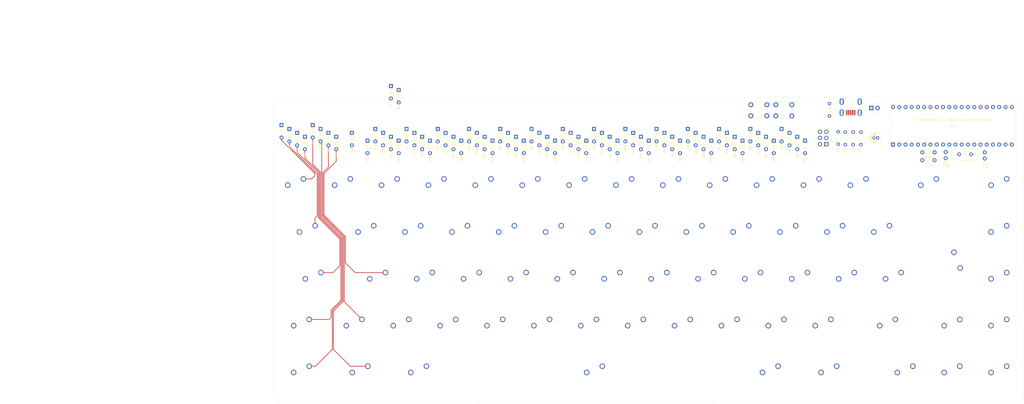
<source format=kicad_pcb>
(kicad_pcb (version 20171130) (host pcbnew "(5.1.6)-1")
  (layers (0 F.Cu signal) (31 B.Cu signal) (34 B.Paste user) (35 F.Paste user) (36 B.SilkS user) (37 F.SilkS user) (38 B.Mask user) (39 F.Mask user) (44 Edge.Cuts user))
  (net 0 "")
  (net 1 GND)
  (net 2 "Net-(C1-Pad1)")
  (net 3 "Net-(C2-Pad1)")
  (net 4 "Net-(D1-Pad2)")
  (net 5 ROW0)
  (net 6 "Net-(D2-Pad2)")
  (net 7 ROW1)
  (net 8 "Net-(D3-Pad2)")
  (net 9 ROW2)
  (net 10 "Net-(D4-Pad2)")
  (net 11 ROW3)
  (net 12 "Net-(D5-Pad2)")
  (net 13 ROW4)
  (net 14 "Net-(D6-Pad2)")
  (net 15 "Net-(D7-Pad2)")
  (net 16 "Net-(D8-Pad2)")
  (net 17 "Net-(D9-Pad2)")
  (net 18 "Net-(D10-Pad2)")
  (net 19 "Net-(D11-Pad2)")
  (net 20 "Net-(D12-Pad2)")
  (net 21 "Net-(D13-Pad2)")
  (net 22 "Net-(D14-Pad2)")
  (net 23 "Net-(D15-Pad2)")
  (net 24 "Net-(D16-Pad2)")
  (net 25 "Net-(D17-Pad2)")
  (net 26 "Net-(D18-Pad2)")
  (net 27 "Net-(D19-Pad2)")
  (net 28 "Net-(D20-Pad2)")
  (net 29 "Net-(D21-Pad2)")
  (net 30 "Net-(D22-Pad2)")
  (net 31 "Net-(D23-Pad2)")
  (net 32 +5V)
  (net 33 "Net-(D24-Pad1)")
  (net 34 "Net-(D25-Pad2)")
  (net 35 "Net-(D26-Pad2)")
  (net 36 "Net-(D27-Pad2)")
  (net 37 "Net-(D28-Pad2)")
  (net 38 "Net-(D29-Pad2)")
  (net 39 "Net-(D30-Pad2)")
  (net 40 "Net-(D31-Pad2)")
  (net 41 "Net-(D32-Pad2)")
  (net 42 "Net-(D33-Pad2)")
  (net 43 "Net-(D34-Pad2)")
  (net 44 "Net-(D35-Pad2)")
  (net 45 "Net-(D36-Pad2)")
  (net 46 "Net-(D37-Pad2)")
  (net 47 "Net-(D38-Pad2)")
  (net 48 "Net-(D39-Pad2)")
  (net 49 "Net-(D40-Pad2)")
  (net 50 "Net-(D41-Pad2)")
  (net 51 "Net-(D42-Pad2)")
  (net 52 "Net-(D43-Pad2)")
  (net 53 "Net-(D44-Pad2)")
  (net 54 "Net-(D45-Pad2)")
  (net 55 "Net-(D46-Pad2)")
  (net 56 "Net-(D47-Pad2)")
  (net 57 "Net-(D48-Pad2)")
  (net 58 "Net-(D49-Pad2)")
  (net 59 "Net-(D50-Pad2)")
  (net 60 "Net-(D51-Pad2)")
  (net 61 "Net-(D52-Pad2)")
  (net 62 "Net-(D53-Pad2)")
  (net 63 "Net-(D54-Pad2)")
  (net 64 "Net-(D55-Pad2)")
  (net 65 "Net-(D56-Pad2)")
  (net 66 "Net-(D57-Pad2)")
  (net 67 "Net-(D58-Pad2)")
  (net 68 "Net-(D59-Pad2)")
  (net 69 "Net-(D60-Pad2)")
  (net 70 "Net-(D61-Pad2)")
  (net 71 "Net-(D62-Pad2)")
  (net 72 "Net-(D63-Pad2)")
  (net 73 "Net-(D64-Pad2)")
  (net 74 "Net-(D65-Pad2)")
  (net 75 "Net-(D66-Pad2)")
  (net 76 "Net-(D67-Pad2)")
  (net 77 "Net-(D68-Pad2)")
  (net 78 "Net-(D69-Pad2)")
  (net 79 VCC)
  (net 80 MISO)
  (net 81 SCK)
  (net 82 MOSI)
  (net 83 reset)
  (net 84 "Net-(J2-Pad4)")
  (net 85 "Net-(J2-Pad3)")
  (net 86 "Net-(J2-Pad2)")
  (net 87 COL0)
  (net 88 COL1)
  (net 89 COL2)
  (net 90 COL3)
  (net 91 COL4)
  (net 92 COL5)
  (net 93 COL6)
  (net 94 COL7)
  (net 95 COL8)
  (net 96 COL9)
  (net 97 COL10)
  (net 98 COL11)
  (net 99 COL12)
  (net 100 COL13)
  (net 101 COL14)
  (net 102 D+)
  (net 103 D-)
  (net 104 boot)
  (net 105 "Net-(U1-Pad1)")
  (net 106 "Net-(U1-Pad21)")
  (net 107 "Net-(U1-Pad2)")
  (net 108 "Net-(U1-Pad22)")
  (net 109 "Net-(U1-Pad3)")
  (net 110 "Net-(U1-Pad23)")
  (net 111 "Net-(U1-Pad4)")
  (net 112 "Net-(U1-Pad24)")
  (net 113 "Net-(U1-Pad5)")
  (net 114 "Net-(U1-Pad25)")
  (net 115 "Net-(U1-Pad6)")
  (net 116 "Net-(U1-Pad26)")
  (net 117 "Net-(U1-Pad7)")
  (net 118 "Net-(U1-Pad27)")
  (net 119 "Net-(U1-Pad8)")
  (net 120 "Net-(U1-Pad28)")
  (net 121 "Net-(U1-Pad9)")
  (net 122 "Net-(U1-Pad29)")
  (net 123 "Net-(U1-Pad10)")
  (net 124 "Net-(U1-Pad30)")
  (net 125 "Net-(U1-Pad32)")
  (net 126 "Net-(U1-Pad33)")
  (net 127 "Net-(U1-Pad14)")
  (net 128 "Net-(U1-Pad34)")
  (net 129 "Net-(U1-Pad15)")
  (net 130 "Net-(U1-Pad35)")
  (net 131 "Net-(U1-Pad36)")
  (net 132 "Net-(U1-Pad37)")
  (net 133 "Net-(U1-Pad18)")
  (net 134 "Net-(U1-Pad38)")
  (net 135 "Net-(U1-Pad19)")
  (net 136 "Net-(U1-Pad39)")
  (net 137 "Net-(U1-Pad20)")
  (net 138 "Net-(U1-Pad40)")
  (net 139 "Net-(U1-Pad16)")
  (net 140 "Net-(U1-Pad17)")
  (module cftkb:Crystal_HC49-4H_Vertical (layer F.Cu) (at 296.8625 58.7375 180)
    (fp_text reference Y1 (at 2.44 0.018936) (layer F.SilkS))
    (fp_text value Crystal)
    (pad 1 thru_hole circle (at 0 0 180) (size 1.5 1.5) (drill 0.8) (layers *.Cu *.Mask) (net 2 "Net-(C1-Pad1)"))
    (pad 2 thru_hole circle (at 4.88 0 180) (size 1.5 1.5) (drill 0.8) (layers *.Cu *.Mask) (net 3 "Net-(C2-Pad1)"))
  )
  (module cftkb:DIP-40_W15.24mm (layer F.Cu) (at 265.1125 54.76875 90)
    (fp_text reference U1 (at 7.52414 24.164738) (layer F.SilkS))
    (fp_text value ATmega32A-PU-MCU_Microchip_ATmega (at 10.06135 24.462204) (layer F.SilkS))
    (pad 1 thru_hole rect (at 0 0 90) (size 1.6 1.6) (drill 0.8) (layers *.Cu *.Mask) (net 105 "Net-(U1-Pad1)"))
    (pad 21 thru_hole oval (at 15.24 48.26 90) (size 1.6 1.6) (drill 0.8) (layers *.Cu *.Mask) (net 106 "Net-(U1-Pad21)"))
    (pad 2 thru_hole oval (at 0 2.54 90) (size 1.6 1.6) (drill 0.8) (layers *.Cu *.Mask) (net 107 "Net-(U1-Pad2)"))
    (pad 22 thru_hole oval (at 15.24 45.72 90) (size 1.6 1.6) (drill 0.8) (layers *.Cu *.Mask) (net 108 "Net-(U1-Pad22)"))
    (pad 3 thru_hole oval (at 0 5.08 90) (size 1.6 1.6) (drill 0.8) (layers *.Cu *.Mask) (net 109 "Net-(U1-Pad3)"))
    (pad 23 thru_hole oval (at 15.24 43.18 90) (size 1.6 1.6) (drill 0.8) (layers *.Cu *.Mask) (net 110 "Net-(U1-Pad23)"))
    (pad 4 thru_hole oval (at 0 7.62 90) (size 1.6 1.6) (drill 0.8) (layers *.Cu *.Mask) (net 111 "Net-(U1-Pad4)"))
    (pad 24 thru_hole oval (at 15.24 40.64 90) (size 1.6 1.6) (drill 0.8) (layers *.Cu *.Mask) (net 112 "Net-(U1-Pad24)"))
    (pad 5 thru_hole oval (at 0 10.16 90) (size 1.6 1.6) (drill 0.8) (layers *.Cu *.Mask) (net 113 "Net-(U1-Pad5)"))
    (pad 25 thru_hole oval (at 15.24 38.1 90) (size 1.6 1.6) (drill 0.8) (layers *.Cu *.Mask) (net 114 "Net-(U1-Pad25)"))
    (pad 6 thru_hole oval (at 0 12.7 90) (size 1.6 1.6) (drill 0.8) (layers *.Cu *.Mask) (net 115 "Net-(U1-Pad6)"))
    (pad 26 thru_hole oval (at 15.24 35.56 90) (size 1.6 1.6) (drill 0.8) (layers *.Cu *.Mask) (net 116 "Net-(U1-Pad26)"))
    (pad 7 thru_hole oval (at 0 15.24 90) (size 1.6 1.6) (drill 0.8) (layers *.Cu *.Mask) (net 117 "Net-(U1-Pad7)"))
    (pad 27 thru_hole oval (at 15.24 33.02 90) (size 1.6 1.6) (drill 0.8) (layers *.Cu *.Mask) (net 118 "Net-(U1-Pad27)"))
    (pad 8 thru_hole oval (at 0 17.78 90) (size 1.6 1.6) (drill 0.8) (layers *.Cu *.Mask) (net 119 "Net-(U1-Pad8)"))
    (pad 28 thru_hole oval (at 15.24 30.48 90) (size 1.6 1.6) (drill 0.8) (layers *.Cu *.Mask) (net 120 "Net-(U1-Pad28)"))
    (pad 9 thru_hole oval (at 0 20.32 90) (size 1.6 1.6) (drill 0.8) (layers *.Cu *.Mask) (net 121 "Net-(U1-Pad9)"))
    (pad 29 thru_hole oval (at 15.24 27.94 90) (size 1.6 1.6) (drill 0.8) (layers *.Cu *.Mask) (net 122 "Net-(U1-Pad29)"))
    (pad 10 thru_hole oval (at 0 22.86 90) (size 1.6 1.6) (drill 0.8) (layers *.Cu *.Mask) (net 123 "Net-(U1-Pad10)"))
    (pad 30 thru_hole oval (at 15.24 25.4 90) (size 1.6 1.6) (drill 0.8) (layers *.Cu *.Mask) (net 124 "Net-(U1-Pad30)"))
    (pad 11 thru_hole oval (at 0 25.4 90) (size 1.6 1.6) (drill 0.8) (layers *.Cu *.Mask) (net 1 GND))
    (pad 31 thru_hole oval (at 15.24 22.86 90) (size 1.6 1.6) (drill 0.8) (layers *.Cu *.Mask) (net 1 GND))
    (pad 12 thru_hole oval (at 0 27.94 90) (size 1.6 1.6) (drill 0.8) (layers *.Cu *.Mask) (net 3 "Net-(C2-Pad1)"))
    (pad 32 thru_hole oval (at 15.24 20.32 90) (size 1.6 1.6) (drill 0.8) (layers *.Cu *.Mask) (net 125 "Net-(U1-Pad32)"))
    (pad 13 thru_hole oval (at 0 30.48 90) (size 1.6 1.6) (drill 0.8) (layers *.Cu *.Mask) (net 2 "Net-(C1-Pad1)"))
    (pad 33 thru_hole oval (at 15.24 17.78 90) (size 1.6 1.6) (drill 0.8) (layers *.Cu *.Mask) (net 126 "Net-(U1-Pad33)"))
    (pad 14 thru_hole oval (at 0 33.02 90) (size 1.6 1.6) (drill 0.8) (layers *.Cu *.Mask) (net 127 "Net-(U1-Pad14)"))
    (pad 34 thru_hole oval (at 15.24 15.24 90) (size 1.6 1.6) (drill 0.8) (layers *.Cu *.Mask) (net 128 "Net-(U1-Pad34)"))
    (pad 15 thru_hole oval (at 0 35.56 90) (size 1.6 1.6) (drill 0.8) (layers *.Cu *.Mask) (net 129 "Net-(U1-Pad15)"))
    (pad 35 thru_hole oval (at 15.24 12.7 90) (size 1.6 1.6) (drill 0.8) (layers *.Cu *.Mask) (net 130 "Net-(U1-Pad35)"))
    (pad 16 thru_hole oval (at 0 38.1 90) (size 1.6 1.6) (drill 0.8) (layers *.Cu *.Mask) (net 139 "Net-(U1-Pad16)"))
    (pad 36 thru_hole oval (at 15.24 10.16 90) (size 1.6 1.6) (drill 0.8) (layers *.Cu *.Mask) (net 131 "Net-(U1-Pad36)"))
    (pad 17 thru_hole oval (at 0 40.64 90) (size 1.6 1.6) (drill 0.8) (layers *.Cu *.Mask) (net 140 "Net-(U1-Pad17)"))
    (pad 37 thru_hole oval (at 15.24 7.62 90) (size 1.6 1.6) (drill 0.8) (layers *.Cu *.Mask) (net 132 "Net-(U1-Pad37)"))
    (pad 18 thru_hole oval (at 0 43.18 90) (size 1.6 1.6) (drill 0.8) (layers *.Cu *.Mask) (net 133 "Net-(U1-Pad18)"))
    (pad 38 thru_hole oval (at 15.24 5.08 90) (size 1.6 1.6) (drill 0.8) (layers *.Cu *.Mask) (net 134 "Net-(U1-Pad38)"))
    (pad 19 thru_hole oval (at 0 45.72 90) (size 1.6 1.6) (drill 0.8) (layers *.Cu *.Mask) (net 135 "Net-(U1-Pad19)"))
    (pad 39 thru_hole oval (at 15.24 2.54 90) (size 1.6 1.6) (drill 0.8) (layers *.Cu *.Mask) (net 136 "Net-(U1-Pad39)"))
    (pad 20 thru_hole oval (at 0 48.26 90) (size 1.6 1.6) (drill 0.8) (layers *.Cu *.Mask) (net 137 "Net-(U1-Pad20)"))
    (pad 40 thru_hole oval (at 15.24 0 90) (size 1.6 1.6) (drill 0.8) (layers *.Cu *.Mask) (net 138 "Net-(U1-Pad40)"))
  )
  (module cftkb:SW_PUSH_6mm (layer F.Cu) (at 207.368 38.57625)
    (fp_text reference SW2)
    (fp_text value BOOT)
    (pad 1 thru_hole circle (at 6.5 0 90) (size 2 2) (drill 1.1) (layers *.Cu *.Mask) (net 1 GND))
    (pad 2 thru_hole circle (at 6.5 4.5 90) (size 2 2) (drill 1.1) (layers *.Cu *.Mask) (net 104 boot))
    (pad 1 thru_hole circle (at 0 0 90) (size 2 2) (drill 1.1) (layers *.Cu *.Mask) (net 1 GND))
    (pad 2 thru_hole circle (at 0 4.5 90) (size 2 2) (drill 1.1) (layers *.Cu *.Mask) (net 104 boot))
  )
  (module cftkb:SW_PUSH_6mm (layer F.Cu) (at 224.028 43.07625 180)
    (fp_text reference SW1)
    (fp_text value RESET)
    (pad 1 thru_hole circle (at 6.5 0 270) (size 2 2) (drill 1.1) (layers *.Cu *.Mask) (net 1 GND))
    (pad 2 thru_hole circle (at 6.5 4.5 270) (size 2 2) (drill 1.1) (layers *.Cu *.Mask) (net 83 reset))
    (pad 1 thru_hole circle (at 0 0 270) (size 2 2) (drill 1.1) (layers *.Cu *.Mask) (net 1 GND))
    (pad 2 thru_hole circle (at 0 4.5 270) (size 2 2) (drill 1.1) (layers *.Cu *.Mask) (net 83 reset))
  )
  (module cftkb:R_Axial_DIN0204_L3.6mm_D1.6mm_P5.08mm_Horizontal (layer F.Cu) (at 242.85575 54.61 90)
    (fp_text reference R4 (at -2.38125 0 90) (layer F.SilkS))
    (fp_text value 10k)
    (pad 2 thru_hole oval (at 5.08 0 90) (size 1.4 1.4) (drill 0.7) (layers *.Cu *.Mask) (net 83 reset))
    (pad 1 thru_hole circle (at 0 0 90) (size 1.4 1.4) (drill 0.7) (layers *.Cu *.Mask) (net 32 +5V))
  )
  (module cftkb:R_Axial_DIN0204_L3.6mm_D1.6mm_P5.08mm_Horizontal (layer F.Cu) (at 245.745 54.8005 90)
    (fp_text reference R3 (at -2.38125 0 90) (layer F.SilkS))
    (fp_text value 75R)
    (pad 2 thru_hole oval (at 5.08 0 90) (size 1.4 1.4) (drill 0.7) (layers *.Cu *.Mask) (net 86 "Net-(J2-Pad2)"))
    (pad 1 thru_hole circle (at 0 0 90) (size 1.4 1.4) (drill 0.7) (layers *.Cu *.Mask) (net 103 D-))
  )
  (module cftkb:R_Axial_DIN0204_L3.6mm_D1.6mm_P5.08mm_Horizontal (layer F.Cu) (at 248.92 54.8005 90)
    (fp_text reference R2 (at -2.38125 0 90) (layer F.SilkS))
    (fp_text value 75R)
    (pad 2 thru_hole oval (at 5.08 0 90) (size 1.4 1.4) (drill 0.7) (layers *.Cu *.Mask) (net 85 "Net-(J2-Pad3)"))
    (pad 1 thru_hole circle (at 0 0 90) (size 1.4 1.4) (drill 0.7) (layers *.Cu *.Mask) (net 102 D+))
  )
  (module cftkb:R_Axial_DIN0204_L3.6mm_D1.6mm_P5.08mm_Horizontal (layer F.Cu) (at 252.095 49.7205 270)
    (fp_text reference R1 (at 7.46125 0.79375 90) (layer F.SilkS))
    (fp_text value 1.5K)
    (pad 2 thru_hole oval (at 5.08 0 270) (size 1.4 1.4) (drill 0.7) (layers *.Cu *.Mask) (net 1 GND))
    (pad 1 thru_hole circle (at 0 0 270) (size 1.4 1.4) (drill 0.7) (layers *.Cu *.Mask) (net 33 "Net-(D24-Pad1)"))
  )
  (module MX_Only:MXOnly-1U-NoLED (layer F.Cu) (at 23.01875 73.81875)
    (fp_text reference K?1)
    (fp_text value KEYSW)
    (pad 2 thru_hole circle (at 2.54 -5.08) (size 2.25 2.25) (drill 1.47) (layers *.Cu B.Mask) (net 4 "Net-(D1-Pad2)"))
    (pad "" np_thru_hole circle (at 0 0) (size 3.9878 3.9878) (drill 3.9878) (layers *.Cu *.Mask))
    (pad 1 thru_hole circle (at -3.81 -2.54) (size 2.25 2.25) (drill 1.47) (layers *.Cu B.Mask) (net 87 COL0))
    (pad "" np_thru_hole circle (at -5.08 0 48.0996) (size 1.75 1.75) (drill 1.75) (layers *.Cu *.Mask))
    (pad "" np_thru_hole circle (at 5.08 0 48.0996) (size 1.75 1.75) (drill 1.75) (layers *.Cu *.Mask))
  )
  (module MX_Only:MXOnly-1U-NoLED (layer F.Cu) (at 308.76875 150.01875)
    (fp_text reference K67)
    (fp_text value KEYSW)
    (pad 2 thru_hole circle (at 2.54 -5.08) (size 2.25 2.25) (drill 1.47) (layers *.Cu B.Mask) (net 78 "Net-(D69-Pad2)"))
    (pad "" np_thru_hole circle (at 0 0) (size 3.9878 3.9878) (drill 3.9878) (layers *.Cu *.Mask))
    (pad 1 thru_hole circle (at -3.81 -2.54) (size 2.25 2.25) (drill 1.47) (layers *.Cu B.Mask) (net 101 COL14))
    (pad "" np_thru_hole circle (at -5.08 0 48.0996) (size 1.75 1.75) (drill 1.75) (layers *.Cu *.Mask))
    (pad "" np_thru_hole circle (at 5.08 0 48.0996) (size 1.75 1.75) (drill 1.75) (layers *.Cu *.Mask))
  )
  (module MX_Only:MXOnly-1U-NoLED (layer F.Cu) (at 308.76875 130.96875)
    (fp_text reference K66)
    (fp_text value KEYSW)
    (pad 2 thru_hole circle (at 2.54 -5.08) (size 2.25 2.25) (drill 1.47) (layers *.Cu B.Mask) (net 77 "Net-(D68-Pad2)"))
    (pad "" np_thru_hole circle (at 0 0) (size 3.9878 3.9878) (drill 3.9878) (layers *.Cu *.Mask))
    (pad 1 thru_hole circle (at -3.81 -2.54) (size 2.25 2.25) (drill 1.47) (layers *.Cu B.Mask) (net 101 COL14))
    (pad "" np_thru_hole circle (at -5.08 0 48.0996) (size 1.75 1.75) (drill 1.75) (layers *.Cu *.Mask))
    (pad "" np_thru_hole circle (at 5.08 0 48.0996) (size 1.75 1.75) (drill 1.75) (layers *.Cu *.Mask))
  )
  (module MX_Only:MXOnly-1U-NoLED (layer F.Cu) (at 308.76875 111.91875)
    (fp_text reference K65)
    (fp_text value KEYSW)
    (pad 2 thru_hole circle (at 2.54 -5.08) (size 2.25 2.25) (drill 1.47) (layers *.Cu B.Mask) (net 76 "Net-(D67-Pad2)"))
    (pad "" np_thru_hole circle (at 0 0) (size 3.9878 3.9878) (drill 3.9878) (layers *.Cu *.Mask))
    (pad 1 thru_hole circle (at -3.81 -2.54) (size 2.25 2.25) (drill 1.47) (layers *.Cu B.Mask) (net 101 COL14))
    (pad "" np_thru_hole circle (at -5.08 0 48.0996) (size 1.75 1.75) (drill 1.75) (layers *.Cu *.Mask))
    (pad "" np_thru_hole circle (at 5.08 0 48.0996) (size 1.75 1.75) (drill 1.75) (layers *.Cu *.Mask))
  )
  (module MX_Only:MXOnly-1U-NoLED (layer F.Cu) (at 308.76875 92.86875)
    (fp_text reference K64)
    (fp_text value KEYSW)
    (pad 2 thru_hole circle (at 2.54 -5.08) (size 2.25 2.25) (drill 1.47) (layers *.Cu B.Mask) (net 75 "Net-(D66-Pad2)"))
    (pad "" np_thru_hole circle (at 0 0) (size 3.9878 3.9878) (drill 3.9878) (layers *.Cu *.Mask))
    (pad 1 thru_hole circle (at -3.81 -2.54) (size 2.25 2.25) (drill 1.47) (layers *.Cu B.Mask) (net 101 COL14))
    (pad "" np_thru_hole circle (at -5.08 0 48.0996) (size 1.75 1.75) (drill 1.75) (layers *.Cu *.Mask))
    (pad "" np_thru_hole circle (at 5.08 0 48.0996) (size 1.75 1.75) (drill 1.75) (layers *.Cu *.Mask))
  )
  (module MX_Only:MXOnly-1U-NoLED (layer F.Cu) (at 308.76875 73.81875)
    (fp_text reference K63)
    (fp_text value KEYSW)
    (pad 2 thru_hole circle (at 2.54 -5.08) (size 2.25 2.25) (drill 1.47) (layers *.Cu B.Mask) (net 74 "Net-(D65-Pad2)"))
    (pad "" np_thru_hole circle (at 0 0) (size 3.9878 3.9878) (drill 3.9878) (layers *.Cu *.Mask))
    (pad 1 thru_hole circle (at -3.81 -2.54) (size 2.25 2.25) (drill 1.47) (layers *.Cu B.Mask) (net 101 COL14))
    (pad "" np_thru_hole circle (at -5.08 0 48.0996) (size 1.75 1.75) (drill 1.75) (layers *.Cu *.Mask))
    (pad "" np_thru_hole circle (at 5.08 0 48.0996) (size 1.75 1.75) (drill 1.75) (layers *.Cu *.Mask))
  )
  (module MX_Only:MXOnly-1U-NoLED (layer F.Cu) (at 289.71875 150.01875)
    (fp_text reference K62)
    (fp_text value KEYSW)
    (pad 2 thru_hole circle (at 2.54 -5.08) (size 2.25 2.25) (drill 1.47) (layers *.Cu B.Mask) (net 73 "Net-(D64-Pad2)"))
    (pad "" np_thru_hole circle (at 0 0) (size 3.9878 3.9878) (drill 3.9878) (layers *.Cu *.Mask))
    (pad 1 thru_hole circle (at -3.81 -2.54) (size 2.25 2.25) (drill 1.47) (layers *.Cu B.Mask) (net 100 COL13))
    (pad "" np_thru_hole circle (at -5.08 0 48.0996) (size 1.75 1.75) (drill 1.75) (layers *.Cu *.Mask))
    (pad "" np_thru_hole circle (at 5.08 0 48.0996) (size 1.75 1.75) (drill 1.75) (layers *.Cu *.Mask))
  )
  (module MX_Only:MXOnly-1U-NoLED (layer F.Cu) (at 289.71875 130.96875)
    (fp_text reference K61)
    (fp_text value KEYSW)
    (pad 2 thru_hole circle (at 2.54 -5.08) (size 2.25 2.25) (drill 1.47) (layers *.Cu B.Mask) (net 72 "Net-(D63-Pad2)"))
    (pad "" np_thru_hole circle (at 0 0) (size 3.9878 3.9878) (drill 3.9878) (layers *.Cu *.Mask))
    (pad 1 thru_hole circle (at -3.81 -2.54) (size 2.25 2.25) (drill 1.47) (layers *.Cu B.Mask) (net 100 COL13))
    (pad "" np_thru_hole circle (at -5.08 0 48.0996) (size 1.75 1.75) (drill 1.75) (layers *.Cu *.Mask))
    (pad "" np_thru_hole circle (at 5.08 0 48.0996) (size 1.75 1.75) (drill 1.75) (layers *.Cu *.Mask))
  )
  (module MX_Only:MXOnly-ISO-ROTATED-ReversedStabilizers-NoLED (layer F.Cu) (at 287.3375 102.39375)
    (fp_text reference K60)
    (fp_text value KEYSW)
    (pad "" np_thru_hole circle (at -8.255 -11.938) (size 3.9878 3.9878) (drill 3.9878) (layers *.Cu *.Mask))
    (pad "" np_thru_hole circle (at -8.255 11.938) (size 3.9878 3.9878) (drill 3.9878) (layers *.Cu *.Mask))
    (pad "" np_thru_hole circle (at 6.985 -11.938) (size 3.048 3.048) (drill 3.048) (layers *.Cu *.Mask))
    (pad "" np_thru_hole circle (at 6.985 11.938) (size 3.048 3.048) (drill 3.048) (layers *.Cu *.Mask))
    (pad "" np_thru_hole circle (at 0 5.08 48.0996) (size 1.75 1.75) (drill 1.75) (layers *.Cu *.Mask))
    (pad "" np_thru_hole circle (at 0 -5.08 48.0996) (size 1.75 1.75) (drill 1.75) (layers *.Cu *.Mask))
    (pad 1 thru_hole circle (at 2.54 -3.81) (size 2.25 2.25) (drill 1.47) (layers *.Cu B.Mask) (net 100 COL13))
    (pad "" np_thru_hole circle (at 0 0) (size 3.9878 3.9878) (drill 3.9878) (layers *.Cu *.Mask))
    (pad 2 thru_hole circle (at 5.08 2.54) (size 2.25 2.25) (drill 1.47) (layers *.Cu B.Mask) (net 71 "Net-(D62-Pad2)"))
  )
  (module MX_Only:MXOnly-2U-NoLED (layer F.Cu) (at 280.19375 73.81875)
    (fp_text reference K59)
    (fp_text value KEYSW)
    (pad 2 thru_hole circle (at 2.54 -5.08) (size 2.25 2.25) (drill 1.47) (layers *.Cu B.Mask) (net 70 "Net-(D61-Pad2)"))
    (pad "" np_thru_hole circle (at 0 0) (size 3.9878 3.9878) (drill 3.9878) (layers *.Cu *.Mask))
    (pad 1 thru_hole circle (at -3.81 -2.54) (size 2.25 2.25) (drill 1.47) (layers *.Cu B.Mask) (net 100 COL13))
    (pad "" np_thru_hole circle (at -5.08 0 48.0996) (size 1.75 1.75) (drill 1.75) (layers *.Cu *.Mask))
    (pad "" np_thru_hole circle (at 5.08 0 48.0996) (size 1.75 1.75) (drill 1.75) (layers *.Cu *.Mask))
    (pad "" np_thru_hole circle (at -11.90625 -6.985) (size 3.048 3.048) (drill 3.048) (layers *.Cu *.Mask))
    (pad "" np_thru_hole circle (at 11.90625 -6.985) (size 3.048 3.048) (drill 3.048) (layers *.Cu *.Mask))
    (pad "" np_thru_hole circle (at -11.90625 8.255) (size 3.9878 3.9878) (drill 3.9878) (layers *.Cu *.Mask))
    (pad "" np_thru_hole circle (at 11.90625 8.255) (size 3.9878 3.9878) (drill 3.9878) (layers *.Cu *.Mask))
  )
  (module MX_Only:MXOnly-1U-NoLED (layer F.Cu) (at 270.66875 150.01875)
    (fp_text reference K58)
    (fp_text value KEYSW)
    (pad 2 thru_hole circle (at 2.54 -5.08) (size 2.25 2.25) (drill 1.47) (layers *.Cu B.Mask) (net 69 "Net-(D60-Pad2)"))
    (pad "" np_thru_hole circle (at 0 0) (size 3.9878 3.9878) (drill 3.9878) (layers *.Cu *.Mask))
    (pad 1 thru_hole circle (at -3.81 -2.54) (size 2.25 2.25) (drill 1.47) (layers *.Cu B.Mask) (net 99 COL12))
    (pad "" np_thru_hole circle (at -5.08 0 48.0996) (size 1.75 1.75) (drill 1.75) (layers *.Cu *.Mask))
    (pad "" np_thru_hole circle (at 5.08 0 48.0996) (size 1.75 1.75) (drill 1.75) (layers *.Cu *.Mask))
  )
  (module MX_Only:MXOnly-1.75U-NoLED (layer F.Cu) (at 263.525 130.96875)
    (fp_text reference K57)
    (fp_text value KEYSW)
    (pad 2 thru_hole circle (at 2.54 -5.08) (size 2.25 2.25) (drill 1.47) (layers *.Cu B.Mask) (net 68 "Net-(D59-Pad2)"))
    (pad "" np_thru_hole circle (at 0 0) (size 3.9878 3.9878) (drill 3.9878) (layers *.Cu *.Mask))
    (pad 1 thru_hole circle (at -3.81 -2.54) (size 2.25 2.25) (drill 1.47) (layers *.Cu B.Mask) (net 99 COL12))
    (pad "" np_thru_hole circle (at -5.08 0 48.0996) (size 1.75 1.75) (drill 1.75) (layers *.Cu *.Mask))
    (pad "" np_thru_hole circle (at 5.08 0 48.0996) (size 1.75 1.75) (drill 1.75) (layers *.Cu *.Mask))
  )
  (module MX_Only:MXOnly-1U-NoLED (layer F.Cu) (at 265.90625 111.91875)
    (fp_text reference K56)
    (fp_text value KEYSW)
    (pad 2 thru_hole circle (at 2.54 -5.08) (size 2.25 2.25) (drill 1.47) (layers *.Cu B.Mask) (net 67 "Net-(D58-Pad2)"))
    (pad "" np_thru_hole circle (at 0 0) (size 3.9878 3.9878) (drill 3.9878) (layers *.Cu *.Mask))
    (pad 1 thru_hole circle (at -3.81 -2.54) (size 2.25 2.25) (drill 1.47) (layers *.Cu B.Mask) (net 99 COL12))
    (pad "" np_thru_hole circle (at -5.08 0 48.0996) (size 1.75 1.75) (drill 1.75) (layers *.Cu *.Mask))
    (pad "" np_thru_hole circle (at 5.08 0 48.0996) (size 1.75 1.75) (drill 1.75) (layers *.Cu *.Mask))
  )
  (module MX_Only:MXOnly-1U-NoLED (layer F.Cu) (at 261.14375 92.86875)
    (fp_text reference K55)
    (fp_text value KEYSW)
    (pad 2 thru_hole circle (at 2.54 -5.08) (size 2.25 2.25) (drill 1.47) (layers *.Cu B.Mask) (net 66 "Net-(D57-Pad2)"))
    (pad "" np_thru_hole circle (at 0 0) (size 3.9878 3.9878) (drill 3.9878) (layers *.Cu *.Mask))
    (pad 1 thru_hole circle (at -3.81 -2.54) (size 2.25 2.25) (drill 1.47) (layers *.Cu B.Mask) (net 99 COL12))
    (pad "" np_thru_hole circle (at -5.08 0 48.0996) (size 1.75 1.75) (drill 1.75) (layers *.Cu *.Mask))
    (pad "" np_thru_hole circle (at 5.08 0 48.0996) (size 1.75 1.75) (drill 1.75) (layers *.Cu *.Mask))
  )
  (module MX_Only:MXOnly-1U-NoLED (layer F.Cu) (at 251.61875 73.81875)
    (fp_text reference K54)
    (fp_text value KEYSW)
    (pad 2 thru_hole circle (at 2.54 -5.08) (size 2.25 2.25) (drill 1.47) (layers *.Cu B.Mask) (net 65 "Net-(D56-Pad2)"))
    (pad "" np_thru_hole circle (at 0 0) (size 3.9878 3.9878) (drill 3.9878) (layers *.Cu *.Mask))
    (pad 1 thru_hole circle (at -3.81 -2.54) (size 2.25 2.25) (drill 1.47) (layers *.Cu B.Mask) (net 99 COL12))
    (pad "" np_thru_hole circle (at -5.08 0 48.0996) (size 1.75 1.75) (drill 1.75) (layers *.Cu *.Mask))
    (pad "" np_thru_hole circle (at 5.08 0 48.0996) (size 1.75 1.75) (drill 1.75) (layers *.Cu *.Mask))
  )
  (module MX_Only:MXOnly-1.25U-NoLED (layer F.Cu) (at 239.7125 150.01875)
    (fp_text reference K53)
    (fp_text value KEYSW)
    (pad 2 thru_hole circle (at 2.54 -5.08) (size 2.25 2.25) (drill 1.47) (layers *.Cu B.Mask) (net 64 "Net-(D55-Pad2)"))
    (pad "" np_thru_hole circle (at 0 0) (size 3.9878 3.9878) (drill 3.9878) (layers *.Cu *.Mask))
    (pad 1 thru_hole circle (at -3.81 -2.54) (size 2.25 2.25) (drill 1.47) (layers *.Cu B.Mask) (net 98 COL11))
    (pad "" np_thru_hole circle (at -5.08 0 48.0996) (size 1.75 1.75) (drill 1.75) (layers *.Cu *.Mask))
    (pad "" np_thru_hole circle (at 5.08 0 48.0996) (size 1.75 1.75) (drill 1.75) (layers *.Cu *.Mask))
  )
  (module MX_Only:MXOnly-1U-NoLED (layer F.Cu) (at 237.33125 130.96875)
    (fp_text reference K52)
    (fp_text value KEYSW)
    (pad 2 thru_hole circle (at 2.54 -5.08) (size 2.25 2.25) (drill 1.47) (layers *.Cu B.Mask) (net 63 "Net-(D54-Pad2)"))
    (pad "" np_thru_hole circle (at 0 0) (size 3.9878 3.9878) (drill 3.9878) (layers *.Cu *.Mask))
    (pad 1 thru_hole circle (at -3.81 -2.54) (size 2.25 2.25) (drill 1.47) (layers *.Cu B.Mask) (net 98 COL11))
    (pad "" np_thru_hole circle (at -5.08 0 48.0996) (size 1.75 1.75) (drill 1.75) (layers *.Cu *.Mask))
    (pad "" np_thru_hole circle (at 5.08 0 48.0996) (size 1.75 1.75) (drill 1.75) (layers *.Cu *.Mask))
  )
  (module MX_Only:MXOnly-1U-NoLED (layer F.Cu) (at 246.85625 111.91875)
    (fp_text reference K51)
    (fp_text value KEYSW)
    (pad 2 thru_hole circle (at 2.54 -5.08) (size 2.25 2.25) (drill 1.47) (layers *.Cu B.Mask) (net 62 "Net-(D53-Pad2)"))
    (pad "" np_thru_hole circle (at 0 0) (size 3.9878 3.9878) (drill 3.9878) (layers *.Cu *.Mask))
    (pad 1 thru_hole circle (at -3.81 -2.54) (size 2.25 2.25) (drill 1.47) (layers *.Cu B.Mask) (net 98 COL11))
    (pad "" np_thru_hole circle (at -5.08 0 48.0996) (size 1.75 1.75) (drill 1.75) (layers *.Cu *.Mask))
    (pad "" np_thru_hole circle (at 5.08 0 48.0996) (size 1.75 1.75) (drill 1.75) (layers *.Cu *.Mask))
  )
  (module MX_Only:MXOnly-1U-NoLED (layer F.Cu) (at 242.09375 92.86875)
    (fp_text reference K50)
    (fp_text value KEYSW)
    (pad 2 thru_hole circle (at 2.54 -5.08) (size 2.25 2.25) (drill 1.47) (layers *.Cu B.Mask) (net 61 "Net-(D52-Pad2)"))
    (pad "" np_thru_hole circle (at 0 0) (size 3.9878 3.9878) (drill 3.9878) (layers *.Cu *.Mask))
    (pad 1 thru_hole circle (at -3.81 -2.54) (size 2.25 2.25) (drill 1.47) (layers *.Cu B.Mask) (net 98 COL11))
    (pad "" np_thru_hole circle (at -5.08 0 48.0996) (size 1.75 1.75) (drill 1.75) (layers *.Cu *.Mask))
    (pad "" np_thru_hole circle (at 5.08 0 48.0996) (size 1.75 1.75) (drill 1.75) (layers *.Cu *.Mask))
  )
  (module MX_Only:MXOnly-1U-NoLED (layer F.Cu) (at 232.56875 73.81875)
    (fp_text reference K49)
    (fp_text value KEYSW)
    (pad 2 thru_hole circle (at 2.54 -5.08) (size 2.25 2.25) (drill 1.47) (layers *.Cu B.Mask) (net 60 "Net-(D51-Pad2)"))
    (pad "" np_thru_hole circle (at 0 0) (size 3.9878 3.9878) (drill 3.9878) (layers *.Cu *.Mask))
    (pad 1 thru_hole circle (at -3.81 -2.54) (size 2.25 2.25) (drill 1.47) (layers *.Cu B.Mask) (net 98 COL11))
    (pad "" np_thru_hole circle (at -5.08 0 48.0996) (size 1.75 1.75) (drill 1.75) (layers *.Cu *.Mask))
    (pad "" np_thru_hole circle (at 5.08 0 48.0996) (size 1.75 1.75) (drill 1.75) (layers *.Cu *.Mask))
  )
  (module MX_Only:MXOnly-1.25U-NoLED (layer F.Cu) (at 215.9 150.01875)
    (fp_text reference K48)
    (fp_text value KEYSW)
    (pad 2 thru_hole circle (at 2.54 -5.08) (size 2.25 2.25) (drill 1.47) (layers *.Cu B.Mask) (net 59 "Net-(D50-Pad2)"))
    (pad "" np_thru_hole circle (at 0 0) (size 3.9878 3.9878) (drill 3.9878) (layers *.Cu *.Mask))
    (pad 1 thru_hole circle (at -3.81 -2.54) (size 2.25 2.25) (drill 1.47) (layers *.Cu B.Mask) (net 97 COL10))
    (pad "" np_thru_hole circle (at -5.08 0 48.0996) (size 1.75 1.75) (drill 1.75) (layers *.Cu *.Mask))
    (pad "" np_thru_hole circle (at 5.08 0 48.0996) (size 1.75 1.75) (drill 1.75) (layers *.Cu *.Mask))
  )
  (module MX_Only:MXOnly-1U-NoLED (layer F.Cu) (at 218.28125 130.96875)
    (fp_text reference K47)
    (fp_text value KEYSW)
    (pad 2 thru_hole circle (at 2.54 -5.08) (size 2.25 2.25) (drill 1.47) (layers *.Cu B.Mask) (net 58 "Net-(D49-Pad2)"))
    (pad "" np_thru_hole circle (at 0 0) (size 3.9878 3.9878) (drill 3.9878) (layers *.Cu *.Mask))
    (pad 1 thru_hole circle (at -3.81 -2.54) (size 2.25 2.25) (drill 1.47) (layers *.Cu B.Mask) (net 97 COL10))
    (pad "" np_thru_hole circle (at -5.08 0 48.0996) (size 1.75 1.75) (drill 1.75) (layers *.Cu *.Mask))
    (pad "" np_thru_hole circle (at 5.08 0 48.0996) (size 1.75 1.75) (drill 1.75) (layers *.Cu *.Mask))
  )
  (module MX_Only:MXOnly-1U-NoLED (layer F.Cu) (at 227.80625 111.91875)
    (fp_text reference K46)
    (fp_text value KEYSW)
    (pad 2 thru_hole circle (at 2.54 -5.08) (size 2.25 2.25) (drill 1.47) (layers *.Cu B.Mask) (net 57 "Net-(D48-Pad2)"))
    (pad "" np_thru_hole circle (at 0 0) (size 3.9878 3.9878) (drill 3.9878) (layers *.Cu *.Mask))
    (pad 1 thru_hole circle (at -3.81 -2.54) (size 2.25 2.25) (drill 1.47) (layers *.Cu B.Mask) (net 97 COL10))
    (pad "" np_thru_hole circle (at -5.08 0 48.0996) (size 1.75 1.75) (drill 1.75) (layers *.Cu *.Mask))
    (pad "" np_thru_hole circle (at 5.08 0 48.0996) (size 1.75 1.75) (drill 1.75) (layers *.Cu *.Mask))
  )
  (module MX_Only:MXOnly-1U-NoLED (layer F.Cu) (at 223.04375 92.86875)
    (fp_text reference K45)
    (fp_text value KEYSW)
    (pad 2 thru_hole circle (at 2.54 -5.08) (size 2.25 2.25) (drill 1.47) (layers *.Cu B.Mask) (net 56 "Net-(D47-Pad2)"))
    (pad "" np_thru_hole circle (at 0 0) (size 3.9878 3.9878) (drill 3.9878) (layers *.Cu *.Mask))
    (pad 1 thru_hole circle (at -3.81 -2.54) (size 2.25 2.25) (drill 1.47) (layers *.Cu B.Mask) (net 97 COL10))
    (pad "" np_thru_hole circle (at -5.08 0 48.0996) (size 1.75 1.75) (drill 1.75) (layers *.Cu *.Mask))
    (pad "" np_thru_hole circle (at 5.08 0 48.0996) (size 1.75 1.75) (drill 1.75) (layers *.Cu *.Mask))
  )
  (module MX_Only:MXOnly-1U-NoLED (layer F.Cu) (at 213.51875 73.81875)
    (fp_text reference K44)
    (fp_text value KEYSW)
    (pad 2 thru_hole circle (at 2.54 -5.08) (size 2.25 2.25) (drill 1.47) (layers *.Cu B.Mask) (net 55 "Net-(D46-Pad2)"))
    (pad "" np_thru_hole circle (at 0 0) (size 3.9878 3.9878) (drill 3.9878) (layers *.Cu *.Mask))
    (pad 1 thru_hole circle (at -3.81 -2.54) (size 2.25 2.25) (drill 1.47) (layers *.Cu B.Mask) (net 97 COL10))
    (pad "" np_thru_hole circle (at -5.08 0 48.0996) (size 1.75 1.75) (drill 1.75) (layers *.Cu *.Mask))
    (pad "" np_thru_hole circle (at 5.08 0 48.0996) (size 1.75 1.75) (drill 1.75) (layers *.Cu *.Mask))
  )
  (module MX_Only:MXOnly-1U-NoLED (layer F.Cu) (at 199.23125 130.96875)
    (fp_text reference K43)
    (fp_text value KEYSW)
    (pad 2 thru_hole circle (at 2.54 -5.08) (size 2.25 2.25) (drill 1.47) (layers *.Cu B.Mask) (net 54 "Net-(D45-Pad2)"))
    (pad "" np_thru_hole circle (at 0 0) (size 3.9878 3.9878) (drill 3.9878) (layers *.Cu *.Mask))
    (pad 1 thru_hole circle (at -3.81 -2.54) (size 2.25 2.25) (drill 1.47) (layers *.Cu B.Mask) (net 96 COL9))
    (pad "" np_thru_hole circle (at -5.08 0 48.0996) (size 1.75 1.75) (drill 1.75) (layers *.Cu *.Mask))
    (pad "" np_thru_hole circle (at 5.08 0 48.0996) (size 1.75 1.75) (drill 1.75) (layers *.Cu *.Mask))
  )
  (module MX_Only:MXOnly-1U-NoLED (layer F.Cu) (at 208.75625 111.91875)
    (fp_text reference K42)
    (fp_text value KEYSW)
    (pad 2 thru_hole circle (at 2.54 -5.08) (size 2.25 2.25) (drill 1.47) (layers *.Cu B.Mask) (net 53 "Net-(D44-Pad2)"))
    (pad "" np_thru_hole circle (at 0 0) (size 3.9878 3.9878) (drill 3.9878) (layers *.Cu *.Mask))
    (pad 1 thru_hole circle (at -3.81 -2.54) (size 2.25 2.25) (drill 1.47) (layers *.Cu B.Mask) (net 96 COL9))
    (pad "" np_thru_hole circle (at -5.08 0 48.0996) (size 1.75 1.75) (drill 1.75) (layers *.Cu *.Mask))
    (pad "" np_thru_hole circle (at 5.08 0 48.0996) (size 1.75 1.75) (drill 1.75) (layers *.Cu *.Mask))
  )
  (module MX_Only:MXOnly-1U-NoLED (layer F.Cu) (at 203.99375 92.86875)
    (fp_text reference K41)
    (fp_text value KEYSW)
    (pad 2 thru_hole circle (at 2.54 -5.08) (size 2.25 2.25) (drill 1.47) (layers *.Cu B.Mask) (net 52 "Net-(D43-Pad2)"))
    (pad "" np_thru_hole circle (at 0 0) (size 3.9878 3.9878) (drill 3.9878) (layers *.Cu *.Mask))
    (pad 1 thru_hole circle (at -3.81 -2.54) (size 2.25 2.25) (drill 1.47) (layers *.Cu B.Mask) (net 96 COL9))
    (pad "" np_thru_hole circle (at -5.08 0 48.0996) (size 1.75 1.75) (drill 1.75) (layers *.Cu *.Mask))
    (pad "" np_thru_hole circle (at 5.08 0 48.0996) (size 1.75 1.75) (drill 1.75) (layers *.Cu *.Mask))
  )
  (module MX_Only:MXOnly-1U-NoLED (layer F.Cu) (at 194.46875 73.81875)
    (fp_text reference K40)
    (fp_text value KEYSW)
    (pad 2 thru_hole circle (at 2.54 -5.08) (size 2.25 2.25) (drill 1.47) (layers *.Cu B.Mask) (net 51 "Net-(D42-Pad2)"))
    (pad "" np_thru_hole circle (at 0 0) (size 3.9878 3.9878) (drill 3.9878) (layers *.Cu *.Mask))
    (pad 1 thru_hole circle (at -3.81 -2.54) (size 2.25 2.25) (drill 1.47) (layers *.Cu B.Mask) (net 96 COL9))
    (pad "" np_thru_hole circle (at -5.08 0 48.0996) (size 1.75 1.75) (drill 1.75) (layers *.Cu *.Mask))
    (pad "" np_thru_hole circle (at 5.08 0 48.0996) (size 1.75 1.75) (drill 1.75) (layers *.Cu *.Mask))
  )
  (module MX_Only:MXOnly-1U-NoLED (layer F.Cu) (at 180.18125 130.96875)
    (fp_text reference K39)
    (fp_text value KEYSW)
    (pad 2 thru_hole circle (at 2.54 -5.08) (size 2.25 2.25) (drill 1.47) (layers *.Cu B.Mask) (net 50 "Net-(D41-Pad2)"))
    (pad "" np_thru_hole circle (at 0 0) (size 3.9878 3.9878) (drill 3.9878) (layers *.Cu *.Mask))
    (pad 1 thru_hole circle (at -3.81 -2.54) (size 2.25 2.25) (drill 1.47) (layers *.Cu B.Mask) (net 95 COL8))
    (pad "" np_thru_hole circle (at -5.08 0 48.0996) (size 1.75 1.75) (drill 1.75) (layers *.Cu *.Mask))
    (pad "" np_thru_hole circle (at 5.08 0 48.0996) (size 1.75 1.75) (drill 1.75) (layers *.Cu *.Mask))
  )
  (module MX_Only:MXOnly-1U-NoLED (layer F.Cu) (at 189.70625 111.91875)
    (fp_text reference K38)
    (fp_text value KEYSW)
    (pad 2 thru_hole circle (at 2.54 -5.08) (size 2.25 2.25) (drill 1.47) (layers *.Cu B.Mask) (net 49 "Net-(D40-Pad2)"))
    (pad "" np_thru_hole circle (at 0 0) (size 3.9878 3.9878) (drill 3.9878) (layers *.Cu *.Mask))
    (pad 1 thru_hole circle (at -3.81 -2.54) (size 2.25 2.25) (drill 1.47) (layers *.Cu B.Mask) (net 95 COL8))
    (pad "" np_thru_hole circle (at -5.08 0 48.0996) (size 1.75 1.75) (drill 1.75) (layers *.Cu *.Mask))
    (pad "" np_thru_hole circle (at 5.08 0 48.0996) (size 1.75 1.75) (drill 1.75) (layers *.Cu *.Mask))
  )
  (module MX_Only:MXOnly-1U-NoLED (layer F.Cu) (at 184.94375 92.86875)
    (fp_text reference K37)
    (fp_text value KEYSW)
    (pad 2 thru_hole circle (at 2.54 -5.08) (size 2.25 2.25) (drill 1.47) (layers *.Cu B.Mask) (net 48 "Net-(D39-Pad2)"))
    (pad "" np_thru_hole circle (at 0 0) (size 3.9878 3.9878) (drill 3.9878) (layers *.Cu *.Mask))
    (pad 1 thru_hole circle (at -3.81 -2.54) (size 2.25 2.25) (drill 1.47) (layers *.Cu B.Mask) (net 95 COL8))
    (pad "" np_thru_hole circle (at -5.08 0 48.0996) (size 1.75 1.75) (drill 1.75) (layers *.Cu *.Mask))
    (pad "" np_thru_hole circle (at 5.08 0 48.0996) (size 1.75 1.75) (drill 1.75) (layers *.Cu *.Mask))
  )
  (module MX_Only:MXOnly-1U-NoLED (layer F.Cu) (at 175.41875 73.81875)
    (fp_text reference K36)
    (fp_text value KEYSW)
    (pad 2 thru_hole circle (at 2.54 -5.08) (size 2.25 2.25) (drill 1.47) (layers *.Cu B.Mask) (net 47 "Net-(D38-Pad2)"))
    (pad "" np_thru_hole circle (at 0 0) (size 3.9878 3.9878) (drill 3.9878) (layers *.Cu *.Mask))
    (pad 1 thru_hole circle (at -3.81 -2.54) (size 2.25 2.25) (drill 1.47) (layers *.Cu B.Mask) (net 95 COL8))
    (pad "" np_thru_hole circle (at -5.08 0 48.0996) (size 1.75 1.75) (drill 1.75) (layers *.Cu *.Mask))
    (pad "" np_thru_hole circle (at 5.08 0 48.0996) (size 1.75 1.75) (drill 1.75) (layers *.Cu *.Mask))
  )
  (module MX_Only:MXOnly-1U-NoLED (layer F.Cu) (at 161.13125 130.96875)
    (fp_text reference K35)
    (fp_text value KEYSW)
    (pad 2 thru_hole circle (at 2.54 -5.08) (size 2.25 2.25) (drill 1.47) (layers *.Cu B.Mask) (net 46 "Net-(D37-Pad2)"))
    (pad "" np_thru_hole circle (at 0 0) (size 3.9878 3.9878) (drill 3.9878) (layers *.Cu *.Mask))
    (pad 1 thru_hole circle (at -3.81 -2.54) (size 2.25 2.25) (drill 1.47) (layers *.Cu B.Mask) (net 94 COL7))
    (pad "" np_thru_hole circle (at -5.08 0 48.0996) (size 1.75 1.75) (drill 1.75) (layers *.Cu *.Mask))
    (pad "" np_thru_hole circle (at 5.08 0 48.0996) (size 1.75 1.75) (drill 1.75) (layers *.Cu *.Mask))
  )
  (module MX_Only:MXOnly-1U-NoLED (layer F.Cu) (at 170.65625 111.91875)
    (fp_text reference K34)
    (fp_text value KEYSW)
    (pad 2 thru_hole circle (at 2.54 -5.08) (size 2.25 2.25) (drill 1.47) (layers *.Cu B.Mask) (net 45 "Net-(D36-Pad2)"))
    (pad "" np_thru_hole circle (at 0 0) (size 3.9878 3.9878) (drill 3.9878) (layers *.Cu *.Mask))
    (pad 1 thru_hole circle (at -3.81 -2.54) (size 2.25 2.25) (drill 1.47) (layers *.Cu B.Mask) (net 94 COL7))
    (pad "" np_thru_hole circle (at -5.08 0 48.0996) (size 1.75 1.75) (drill 1.75) (layers *.Cu *.Mask))
    (pad "" np_thru_hole circle (at 5.08 0 48.0996) (size 1.75 1.75) (drill 1.75) (layers *.Cu *.Mask))
  )
  (module MX_Only:MXOnly-1U-NoLED (layer F.Cu) (at 165.89375 92.86875)
    (fp_text reference K33)
    (fp_text value KEYSW)
    (pad 2 thru_hole circle (at 2.54 -5.08) (size 2.25 2.25) (drill 1.47) (layers *.Cu B.Mask) (net 44 "Net-(D35-Pad2)"))
    (pad "" np_thru_hole circle (at 0 0) (size 3.9878 3.9878) (drill 3.9878) (layers *.Cu *.Mask))
    (pad 1 thru_hole circle (at -3.81 -2.54) (size 2.25 2.25) (drill 1.47) (layers *.Cu B.Mask) (net 94 COL7))
    (pad "" np_thru_hole circle (at -5.08 0 48.0996) (size 1.75 1.75) (drill 1.75) (layers *.Cu *.Mask))
    (pad "" np_thru_hole circle (at 5.08 0 48.0996) (size 1.75 1.75) (drill 1.75) (layers *.Cu *.Mask))
  )
  (module MX_Only:MXOnly-1U-NoLED (layer F.Cu) (at 156.36875 73.81875)
    (fp_text reference K32)
    (fp_text value KEYSW)
    (pad 2 thru_hole circle (at 2.54 -5.08) (size 2.25 2.25) (drill 1.47) (layers *.Cu B.Mask) (net 43 "Net-(D34-Pad2)"))
    (pad "" np_thru_hole circle (at 0 0) (size 3.9878 3.9878) (drill 3.9878) (layers *.Cu *.Mask))
    (pad 1 thru_hole circle (at -3.81 -2.54) (size 2.25 2.25) (drill 1.47) (layers *.Cu B.Mask) (net 94 COL7))
    (pad "" np_thru_hole circle (at -5.08 0 48.0996) (size 1.75 1.75) (drill 1.75) (layers *.Cu *.Mask))
    (pad "" np_thru_hole circle (at 5.08 0 48.0996) (size 1.75 1.75) (drill 1.75) (layers *.Cu *.Mask))
  )
  (module MX_Only:MXOnly-6.25U-NoLED (layer F.Cu) (at 144.4625 150.01875)
    (fp_text reference K31)
    (fp_text value KEYSW)
    (pad 2 thru_hole circle (at 2.54 -5.08) (size 2.25 2.25) (drill 1.47) (layers *.Cu B.Mask) (net 42 "Net-(D33-Pad2)"))
    (pad "" np_thru_hole circle (at 0 0) (size 3.9878 3.9878) (drill 3.9878) (layers *.Cu *.Mask))
    (pad 1 thru_hole circle (at -3.81 -2.54) (size 2.25 2.25) (drill 1.47) (layers *.Cu B.Mask) (net 93 COL6))
    (pad "" np_thru_hole circle (at -5.08 0 48.0996) (size 1.75 1.75) (drill 1.75) (layers *.Cu *.Mask))
    (pad "" np_thru_hole circle (at 5.08 0 48.0996) (size 1.75 1.75) (drill 1.75) (layers *.Cu *.Mask))
    (pad "" np_thru_hole circle (at -49.9999 -6.985) (size 3.048 3.048) (drill 3.048) (layers *.Cu *.Mask))
    (pad "" np_thru_hole circle (at 49.9999 -6.985) (size 3.048 3.048) (drill 3.048) (layers *.Cu *.Mask))
    (pad "" np_thru_hole circle (at -49.9999 8.255) (size 3.9878 3.9878) (drill 3.9878) (layers *.Cu *.Mask))
    (pad "" np_thru_hole circle (at 49.9999 8.255) (size 3.9878 3.9878) (drill 3.9878) (layers *.Cu *.Mask))
  )
  (module MX_Only:MXOnly-1U-NoLED (layer F.Cu) (at 142.08125 130.96875)
    (fp_text reference K30)
    (fp_text value KEYSW)
    (pad 2 thru_hole circle (at 2.54 -5.08) (size 2.25 2.25) (drill 1.47) (layers *.Cu B.Mask) (net 41 "Net-(D32-Pad2)"))
    (pad "" np_thru_hole circle (at 0 0) (size 3.9878 3.9878) (drill 3.9878) (layers *.Cu *.Mask))
    (pad 1 thru_hole circle (at -3.81 -2.54) (size 2.25 2.25) (drill 1.47) (layers *.Cu B.Mask) (net 93 COL6))
    (pad "" np_thru_hole circle (at -5.08 0 48.0996) (size 1.75 1.75) (drill 1.75) (layers *.Cu *.Mask))
    (pad "" np_thru_hole circle (at 5.08 0 48.0996) (size 1.75 1.75) (drill 1.75) (layers *.Cu *.Mask))
  )
  (module MX_Only:MXOnly-1U-NoLED (layer F.Cu) (at 151.60625 111.91875)
    (fp_text reference K29)
    (fp_text value KEYSW)
    (pad 2 thru_hole circle (at 2.54 -5.08) (size 2.25 2.25) (drill 1.47) (layers *.Cu B.Mask) (net 40 "Net-(D31-Pad2)"))
    (pad "" np_thru_hole circle (at 0 0) (size 3.9878 3.9878) (drill 3.9878) (layers *.Cu *.Mask))
    (pad 1 thru_hole circle (at -3.81 -2.54) (size 2.25 2.25) (drill 1.47) (layers *.Cu B.Mask) (net 93 COL6))
    (pad "" np_thru_hole circle (at -5.08 0 48.0996) (size 1.75 1.75) (drill 1.75) (layers *.Cu *.Mask))
    (pad "" np_thru_hole circle (at 5.08 0 48.0996) (size 1.75 1.75) (drill 1.75) (layers *.Cu *.Mask))
  )
  (module MX_Only:MXOnly-1U-NoLED (layer F.Cu) (at 146.84375 92.86875)
    (fp_text reference K28)
    (fp_text value KEYSW)
    (pad 2 thru_hole circle (at 2.54 -5.08) (size 2.25 2.25) (drill 1.47) (layers *.Cu B.Mask) (net 39 "Net-(D30-Pad2)"))
    (pad "" np_thru_hole circle (at 0 0) (size 3.9878 3.9878) (drill 3.9878) (layers *.Cu *.Mask))
    (pad 1 thru_hole circle (at -3.81 -2.54) (size 2.25 2.25) (drill 1.47) (layers *.Cu B.Mask) (net 93 COL6))
    (pad "" np_thru_hole circle (at -5.08 0 48.0996) (size 1.75 1.75) (drill 1.75) (layers *.Cu *.Mask))
    (pad "" np_thru_hole circle (at 5.08 0 48.0996) (size 1.75 1.75) (drill 1.75) (layers *.Cu *.Mask))
  )
  (module MX_Only:MXOnly-1U-NoLED (layer F.Cu) (at 137.31875 73.81875)
    (fp_text reference K27)
    (fp_text value KEYSW)
    (pad 2 thru_hole circle (at 2.54 -5.08) (size 2.25 2.25) (drill 1.47) (layers *.Cu B.Mask) (net 38 "Net-(D29-Pad2)"))
    (pad "" np_thru_hole circle (at 0 0) (size 3.9878 3.9878) (drill 3.9878) (layers *.Cu *.Mask))
    (pad 1 thru_hole circle (at -3.81 -2.54) (size 2.25 2.25) (drill 1.47) (layers *.Cu B.Mask) (net 93 COL6))
    (pad "" np_thru_hole circle (at -5.08 0 48.0996) (size 1.75 1.75) (drill 1.75) (layers *.Cu *.Mask))
    (pad "" np_thru_hole circle (at 5.08 0 48.0996) (size 1.75 1.75) (drill 1.75) (layers *.Cu *.Mask))
  )
  (module MX_Only:MXOnly-1U-NoLED (layer F.Cu) (at 123.03125 130.96875)
    (fp_text reference K26)
    (fp_text value KEYSW)
    (pad 2 thru_hole circle (at 2.54 -5.08) (size 2.25 2.25) (drill 1.47) (layers *.Cu B.Mask) (net 37 "Net-(D28-Pad2)"))
    (pad "" np_thru_hole circle (at 0 0) (size 3.9878 3.9878) (drill 3.9878) (layers *.Cu *.Mask))
    (pad 1 thru_hole circle (at -3.81 -2.54) (size 2.25 2.25) (drill 1.47) (layers *.Cu B.Mask) (net 92 COL5))
    (pad "" np_thru_hole circle (at -5.08 0 48.0996) (size 1.75 1.75) (drill 1.75) (layers *.Cu *.Mask))
    (pad "" np_thru_hole circle (at 5.08 0 48.0996) (size 1.75 1.75) (drill 1.75) (layers *.Cu *.Mask))
  )
  (module MX_Only:MXOnly-1U-NoLED (layer F.Cu) (at 132.55625 111.91875)
    (fp_text reference K25)
    (fp_text value KEYSW)
    (pad 2 thru_hole circle (at 2.54 -5.08) (size 2.25 2.25) (drill 1.47) (layers *.Cu B.Mask) (net 36 "Net-(D27-Pad2)"))
    (pad "" np_thru_hole circle (at 0 0) (size 3.9878 3.9878) (drill 3.9878) (layers *.Cu *.Mask))
    (pad 1 thru_hole circle (at -3.81 -2.54) (size 2.25 2.25) (drill 1.47) (layers *.Cu B.Mask) (net 92 COL5))
    (pad "" np_thru_hole circle (at -5.08 0 48.0996) (size 1.75 1.75) (drill 1.75) (layers *.Cu *.Mask))
    (pad "" np_thru_hole circle (at 5.08 0 48.0996) (size 1.75 1.75) (drill 1.75) (layers *.Cu *.Mask))
  )
  (module MX_Only:MXOnly-1U-NoLED (layer F.Cu) (at 127.79375 92.86875)
    (fp_text reference K24)
    (fp_text value KEYSW)
    (pad 2 thru_hole circle (at 2.54 -5.08) (size 2.25 2.25) (drill 1.47) (layers *.Cu B.Mask) (net 35 "Net-(D26-Pad2)"))
    (pad "" np_thru_hole circle (at 0 0) (size 3.9878 3.9878) (drill 3.9878) (layers *.Cu *.Mask))
    (pad 1 thru_hole circle (at -3.81 -2.54) (size 2.25 2.25) (drill 1.47) (layers *.Cu B.Mask) (net 92 COL5))
    (pad "" np_thru_hole circle (at -5.08 0 48.0996) (size 1.75 1.75) (drill 1.75) (layers *.Cu *.Mask))
    (pad "" np_thru_hole circle (at 5.08 0 48.0996) (size 1.75 1.75) (drill 1.75) (layers *.Cu *.Mask))
  )
  (module MX_Only:MXOnly-1U-NoLED (layer F.Cu) (at 118.26875 73.81875)
    (fp_text reference K23)
    (fp_text value KEYSW)
    (pad 2 thru_hole circle (at 2.54 -5.08) (size 2.25 2.25) (drill 1.47) (layers *.Cu B.Mask) (net 34 "Net-(D25-Pad2)"))
    (pad "" np_thru_hole circle (at 0 0) (size 3.9878 3.9878) (drill 3.9878) (layers *.Cu *.Mask))
    (pad 1 thru_hole circle (at -3.81 -2.54) (size 2.25 2.25) (drill 1.47) (layers *.Cu B.Mask) (net 92 COL5))
    (pad "" np_thru_hole circle (at -5.08 0 48.0996) (size 1.75 1.75) (drill 1.75) (layers *.Cu *.Mask))
    (pad "" np_thru_hole circle (at 5.08 0 48.0996) (size 1.75 1.75) (drill 1.75) (layers *.Cu *.Mask))
  )
  (module MX_Only:MXOnly-1U-NoLED (layer F.Cu) (at 103.98125 130.96875)
    (fp_text reference K22)
    (fp_text value KEYSW)
    (pad 2 thru_hole circle (at 2.54 -5.08) (size 2.25 2.25) (drill 1.47) (layers *.Cu B.Mask) (net 31 "Net-(D23-Pad2)"))
    (pad "" np_thru_hole circle (at 0 0) (size 3.9878 3.9878) (drill 3.9878) (layers *.Cu *.Mask))
    (pad 1 thru_hole circle (at -3.81 -2.54) (size 2.25 2.25) (drill 1.47) (layers *.Cu B.Mask) (net 91 COL4))
    (pad "" np_thru_hole circle (at -5.08 0 48.0996) (size 1.75 1.75) (drill 1.75) (layers *.Cu *.Mask))
    (pad "" np_thru_hole circle (at 5.08 0 48.0996) (size 1.75 1.75) (drill 1.75) (layers *.Cu *.Mask))
  )
  (module MX_Only:MXOnly-1U-NoLED (layer F.Cu) (at 113.50625 111.91875)
    (fp_text reference K21)
    (fp_text value KEYSW)
    (pad 2 thru_hole circle (at 2.54 -5.08) (size 2.25 2.25) (drill 1.47) (layers *.Cu B.Mask) (net 30 "Net-(D22-Pad2)"))
    (pad "" np_thru_hole circle (at 0 0) (size 3.9878 3.9878) (drill 3.9878) (layers *.Cu *.Mask))
    (pad 1 thru_hole circle (at -3.81 -2.54) (size 2.25 2.25) (drill 1.47) (layers *.Cu B.Mask) (net 91 COL4))
    (pad "" np_thru_hole circle (at -5.08 0 48.0996) (size 1.75 1.75) (drill 1.75) (layers *.Cu *.Mask))
    (pad "" np_thru_hole circle (at 5.08 0 48.0996) (size 1.75 1.75) (drill 1.75) (layers *.Cu *.Mask))
  )
  (module MX_Only:MXOnly-1U-NoLED (layer F.Cu) (at 108.74375 92.86875)
    (fp_text reference K20)
    (fp_text value KEYSW)
    (pad 2 thru_hole circle (at 2.54 -5.08) (size 2.25 2.25) (drill 1.47) (layers *.Cu B.Mask) (net 29 "Net-(D21-Pad2)"))
    (pad "" np_thru_hole circle (at 0 0) (size 3.9878 3.9878) (drill 3.9878) (layers *.Cu *.Mask))
    (pad 1 thru_hole circle (at -3.81 -2.54) (size 2.25 2.25) (drill 1.47) (layers *.Cu B.Mask) (net 91 COL4))
    (pad "" np_thru_hole circle (at -5.08 0 48.0996) (size 1.75 1.75) (drill 1.75) (layers *.Cu *.Mask))
    (pad "" np_thru_hole circle (at 5.08 0 48.0996) (size 1.75 1.75) (drill 1.75) (layers *.Cu *.Mask))
  )
  (module MX_Only:MXOnly-1U-NoLED (layer F.Cu) (at 99.21875 73.81875)
    (fp_text reference K19)
    (fp_text value KEYSW)
    (pad 2 thru_hole circle (at 2.54 -5.08) (size 2.25 2.25) (drill 1.47) (layers *.Cu B.Mask) (net 28 "Net-(D20-Pad2)"))
    (pad "" np_thru_hole circle (at 0 0) (size 3.9878 3.9878) (drill 3.9878) (layers *.Cu *.Mask))
    (pad 1 thru_hole circle (at -3.81 -2.54) (size 2.25 2.25) (drill 1.47) (layers *.Cu B.Mask) (net 91 COL4))
    (pad "" np_thru_hole circle (at -5.08 0 48.0996) (size 1.75 1.75) (drill 1.75) (layers *.Cu *.Mask))
    (pad "" np_thru_hole circle (at 5.08 0 48.0996) (size 1.75 1.75) (drill 1.75) (layers *.Cu *.Mask))
  )
  (module MX_Only:MXOnly-1U-NoLED (layer F.Cu) (at 84.93125 130.96875)
    (fp_text reference K18)
    (fp_text value KEYSW)
    (pad 2 thru_hole circle (at 2.54 -5.08) (size 2.25 2.25) (drill 1.47) (layers *.Cu B.Mask) (net 27 "Net-(D19-Pad2)"))
    (pad "" np_thru_hole circle (at 0 0) (size 3.9878 3.9878) (drill 3.9878) (layers *.Cu *.Mask))
    (pad 1 thru_hole circle (at -3.81 -2.54) (size 2.25 2.25) (drill 1.47) (layers *.Cu B.Mask) (net 90 COL3))
    (pad "" np_thru_hole circle (at -5.08 0 48.0996) (size 1.75 1.75) (drill 1.75) (layers *.Cu *.Mask))
    (pad "" np_thru_hole circle (at 5.08 0 48.0996) (size 1.75 1.75) (drill 1.75) (layers *.Cu *.Mask))
  )
  (module MX_Only:MXOnly-1U-NoLED (layer F.Cu) (at 94.45625 111.91875)
    (fp_text reference K17)
    (fp_text value KEYSW)
    (pad 2 thru_hole circle (at 2.54 -5.08) (size 2.25 2.25) (drill 1.47) (layers *.Cu B.Mask) (net 26 "Net-(D18-Pad2)"))
    (pad "" np_thru_hole circle (at 0 0) (size 3.9878 3.9878) (drill 3.9878) (layers *.Cu *.Mask))
    (pad 1 thru_hole circle (at -3.81 -2.54) (size 2.25 2.25) (drill 1.47) (layers *.Cu B.Mask) (net 90 COL3))
    (pad "" np_thru_hole circle (at -5.08 0 48.0996) (size 1.75 1.75) (drill 1.75) (layers *.Cu *.Mask))
    (pad "" np_thru_hole circle (at 5.08 0 48.0996) (size 1.75 1.75) (drill 1.75) (layers *.Cu *.Mask))
  )
  (module MX_Only:MXOnly-1U-NoLED (layer F.Cu) (at 89.69375 92.86875)
    (fp_text reference K16)
    (fp_text value KEYSW)
    (pad 2 thru_hole circle (at 2.54 -5.08) (size 2.25 2.25) (drill 1.47) (layers *.Cu B.Mask) (net 25 "Net-(D17-Pad2)"))
    (pad "" np_thru_hole circle (at 0 0) (size 3.9878 3.9878) (drill 3.9878) (layers *.Cu *.Mask))
    (pad 1 thru_hole circle (at -3.81 -2.54) (size 2.25 2.25) (drill 1.47) (layers *.Cu B.Mask) (net 90 COL3))
    (pad "" np_thru_hole circle (at -5.08 0 48.0996) (size 1.75 1.75) (drill 1.75) (layers *.Cu *.Mask))
    (pad "" np_thru_hole circle (at 5.08 0 48.0996) (size 1.75 1.75) (drill 1.75) (layers *.Cu *.Mask))
  )
  (module MX_Only:MXOnly-1U-NoLED (layer F.Cu) (at 80.16875 73.81875)
    (fp_text reference K15)
    (fp_text value KEYSW)
    (pad 2 thru_hole circle (at 2.54 -5.08) (size 2.25 2.25) (drill 1.47) (layers *.Cu B.Mask) (net 24 "Net-(D16-Pad2)"))
    (pad "" np_thru_hole circle (at 0 0) (size 3.9878 3.9878) (drill 3.9878) (layers *.Cu *.Mask))
    (pad 1 thru_hole circle (at -3.81 -2.54) (size 2.25 2.25) (drill 1.47) (layers *.Cu B.Mask) (net 90 COL3))
    (pad "" np_thru_hole circle (at -5.08 0 48.0996) (size 1.75 1.75) (drill 1.75) (layers *.Cu *.Mask))
    (pad "" np_thru_hole circle (at 5.08 0 48.0996) (size 1.75 1.75) (drill 1.75) (layers *.Cu *.Mask))
  )
  (module MX_Only:MXOnly-1.25U-NoLED (layer F.Cu) (at 73.025 150.01875)
    (fp_text reference K14)
    (fp_text value KEYSW)
    (pad 2 thru_hole circle (at 2.54 -5.08) (size 2.25 2.25) (drill 1.47) (layers *.Cu B.Mask) (net 23 "Net-(D15-Pad2)"))
    (pad "" np_thru_hole circle (at 0 0) (size 3.9878 3.9878) (drill 3.9878) (layers *.Cu *.Mask))
    (pad 1 thru_hole circle (at -3.81 -2.54) (size 2.25 2.25) (drill 1.47) (layers *.Cu B.Mask) (net 89 COL2))
    (pad "" np_thru_hole circle (at -5.08 0 48.0996) (size 1.75 1.75) (drill 1.75) (layers *.Cu *.Mask))
    (pad "" np_thru_hole circle (at 5.08 0 48.0996) (size 1.75 1.75) (drill 1.75) (layers *.Cu *.Mask))
  )
  (module MX_Only:MXOnly-1U-NoLED (layer F.Cu) (at 65.88125 130.96875)
    (fp_text reference K13)
    (fp_text value KEYSW)
    (pad 2 thru_hole circle (at 2.54 -5.08) (size 2.25 2.25) (drill 1.47) (layers *.Cu B.Mask) (net 22 "Net-(D14-Pad2)"))
    (pad "" np_thru_hole circle (at 0 0) (size 3.9878 3.9878) (drill 3.9878) (layers *.Cu *.Mask))
    (pad 1 thru_hole circle (at -3.81 -2.54) (size 2.25 2.25) (drill 1.47) (layers *.Cu B.Mask) (net 89 COL2))
    (pad "" np_thru_hole circle (at -5.08 0 48.0996) (size 1.75 1.75) (drill 1.75) (layers *.Cu *.Mask))
    (pad "" np_thru_hole circle (at 5.08 0 48.0996) (size 1.75 1.75) (drill 1.75) (layers *.Cu *.Mask))
  )
  (module MX_Only:MXOnly-1U-NoLED (layer F.Cu) (at 75.40625 111.91875)
    (fp_text reference K12)
    (fp_text value KEYSW)
    (pad 2 thru_hole circle (at 2.54 -5.08) (size 2.25 2.25) (drill 1.47) (layers *.Cu B.Mask) (net 21 "Net-(D13-Pad2)"))
    (pad "" np_thru_hole circle (at 0 0) (size 3.9878 3.9878) (drill 3.9878) (layers *.Cu *.Mask))
    (pad 1 thru_hole circle (at -3.81 -2.54) (size 2.25 2.25) (drill 1.47) (layers *.Cu B.Mask) (net 89 COL2))
    (pad "" np_thru_hole circle (at -5.08 0 48.0996) (size 1.75 1.75) (drill 1.75) (layers *.Cu *.Mask))
    (pad "" np_thru_hole circle (at 5.08 0 48.0996) (size 1.75 1.75) (drill 1.75) (layers *.Cu *.Mask))
  )
  (module MX_Only:MXOnly-1U-NoLED (layer F.Cu) (at 70.64375 92.86875)
    (fp_text reference K11)
    (fp_text value KEYSW)
    (pad 2 thru_hole circle (at 2.54 -5.08) (size 2.25 2.25) (drill 1.47) (layers *.Cu B.Mask) (net 20 "Net-(D12-Pad2)"))
    (pad "" np_thru_hole circle (at 0 0) (size 3.9878 3.9878) (drill 3.9878) (layers *.Cu *.Mask))
    (pad 1 thru_hole circle (at -3.81 -2.54) (size 2.25 2.25) (drill 1.47) (layers *.Cu B.Mask) (net 89 COL2))
    (pad "" np_thru_hole circle (at -5.08 0 48.0996) (size 1.75 1.75) (drill 1.75) (layers *.Cu *.Mask))
    (pad "" np_thru_hole circle (at 5.08 0 48.0996) (size 1.75 1.75) (drill 1.75) (layers *.Cu *.Mask))
  )
  (module MX_Only:MXOnly-1U-NoLED (layer F.Cu) (at 61.11875 73.81875)
    (fp_text reference K10)
    (fp_text value KEYSW)
    (pad 2 thru_hole circle (at 2.54 -5.08) (size 2.25 2.25) (drill 1.47) (layers *.Cu B.Mask) (net 19 "Net-(D11-Pad2)"))
    (pad "" np_thru_hole circle (at 0 0) (size 3.9878 3.9878) (drill 3.9878) (layers *.Cu *.Mask))
    (pad 1 thru_hole circle (at -3.81 -2.54) (size 2.25 2.25) (drill 1.47) (layers *.Cu B.Mask) (net 89 COL2))
    (pad "" np_thru_hole circle (at -5.08 0 48.0996) (size 1.75 1.75) (drill 1.75) (layers *.Cu *.Mask))
    (pad "" np_thru_hole circle (at 5.08 0 48.0996) (size 1.75 1.75) (drill 1.75) (layers *.Cu *.Mask))
  )
  (module MX_Only:MXOnly-1.25U-NoLED (layer F.Cu) (at 49.2125 150.01875)
    (fp_text reference K9)
    (fp_text value KEYSW)
    (pad 2 thru_hole circle (at 2.54 -5.08) (size 2.25 2.25) (drill 1.47) (layers *.Cu B.Mask) (net 18 "Net-(D10-Pad2)"))
    (pad "" np_thru_hole circle (at 0 0) (size 3.9878 3.9878) (drill 3.9878) (layers *.Cu *.Mask))
    (pad 1 thru_hole circle (at -3.81 -2.54) (size 2.25 2.25) (drill 1.47) (layers *.Cu B.Mask) (net 88 COL1))
    (pad "" np_thru_hole circle (at -5.08 0 48.0996) (size 1.75 1.75) (drill 1.75) (layers *.Cu *.Mask))
    (pad "" np_thru_hole circle (at 5.08 0 48.0996) (size 1.75 1.75) (drill 1.75) (layers *.Cu *.Mask))
  )
  (module MX_Only:MXOnly-1U-NoLED (layer F.Cu) (at 46.83125 130.96875)
    (fp_text reference K8)
    (fp_text value KEYSW)
    (pad 2 thru_hole circle (at 2.54 -5.08) (size 2.25 2.25) (drill 1.47) (layers *.Cu B.Mask) (net 17 "Net-(D9-Pad2)"))
    (pad "" np_thru_hole circle (at 0 0) (size 3.9878 3.9878) (drill 3.9878) (layers *.Cu *.Mask))
    (pad 1 thru_hole circle (at -3.81 -2.54) (size 2.25 2.25) (drill 1.47) (layers *.Cu B.Mask) (net 88 COL1))
    (pad "" np_thru_hole circle (at -5.08 0 48.0996) (size 1.75 1.75) (drill 1.75) (layers *.Cu *.Mask))
    (pad "" np_thru_hole circle (at 5.08 0 48.0996) (size 1.75 1.75) (drill 1.75) (layers *.Cu *.Mask))
  )
  (module MX_Only:MXOnly-1U-NoLED (layer F.Cu) (at 56.35625 111.91875)
    (fp_text reference K7)
    (fp_text value KEYSW)
    (pad 2 thru_hole circle (at 2.54 -5.08) (size 2.25 2.25) (drill 1.47) (layers *.Cu B.Mask) (net 16 "Net-(D8-Pad2)"))
    (pad "" np_thru_hole circle (at 0 0) (size 3.9878 3.9878) (drill 3.9878) (layers *.Cu *.Mask))
    (pad 1 thru_hole circle (at -3.81 -2.54) (size 2.25 2.25) (drill 1.47) (layers *.Cu B.Mask) (net 88 COL1))
    (pad "" np_thru_hole circle (at -5.08 0 48.0996) (size 1.75 1.75) (drill 1.75) (layers *.Cu *.Mask))
    (pad "" np_thru_hole circle (at 5.08 0 48.0996) (size 1.75 1.75) (drill 1.75) (layers *.Cu *.Mask))
  )
  (module MX_Only:MXOnly-1U-NoLED (layer F.Cu) (at 51.59375 92.86875)
    (fp_text reference K6)
    (fp_text value KEYSW)
    (pad 2 thru_hole circle (at 2.54 -5.08) (size 2.25 2.25) (drill 1.47) (layers *.Cu B.Mask) (net 15 "Net-(D7-Pad2)"))
    (pad "" np_thru_hole circle (at 0 0) (size 3.9878 3.9878) (drill 3.9878) (layers *.Cu *.Mask))
    (pad 1 thru_hole circle (at -3.81 -2.54) (size 2.25 2.25) (drill 1.47) (layers *.Cu B.Mask) (net 88 COL1))
    (pad "" np_thru_hole circle (at -5.08 0 48.0996) (size 1.75 1.75) (drill 1.75) (layers *.Cu *.Mask))
    (pad "" np_thru_hole circle (at 5.08 0 48.0996) (size 1.75 1.75) (drill 1.75) (layers *.Cu *.Mask))
  )
  (module MX_Only:MXOnly-1U-NoLED (layer F.Cu) (at 42.06875 73.81875)
    (fp_text reference K5)
    (fp_text value KEYSW)
    (pad 2 thru_hole circle (at 2.54 -5.08) (size 2.25 2.25) (drill 1.47) (layers *.Cu B.Mask) (net 14 "Net-(D6-Pad2)"))
    (pad "" np_thru_hole circle (at 0 0) (size 3.9878 3.9878) (drill 3.9878) (layers *.Cu *.Mask))
    (pad 1 thru_hole circle (at -3.81 -2.54) (size 2.25 2.25) (drill 1.47) (layers *.Cu B.Mask) (net 88 COL1))
    (pad "" np_thru_hole circle (at -5.08 0 48.0996) (size 1.75 1.75) (drill 1.75) (layers *.Cu *.Mask))
    (pad "" np_thru_hole circle (at 5.08 0 48.0996) (size 1.75 1.75) (drill 1.75) (layers *.Cu *.Mask))
  )
  (module MX_Only:MXOnly-1.25U-NoLED (layer F.Cu) (at 25.4 150.01875)
    (fp_text reference K4)
    (fp_text value KEYSW)
    (pad 2 thru_hole circle (at 2.54 -5.08) (size 2.25 2.25) (drill 1.47) (layers *.Cu B.Mask) (net 12 "Net-(D5-Pad2)"))
    (pad "" np_thru_hole circle (at 0 0) (size 3.9878 3.9878) (drill 3.9878) (layers *.Cu *.Mask))
    (pad 1 thru_hole circle (at -3.81 -2.54) (size 2.25 2.25) (drill 1.47) (layers *.Cu B.Mask) (net 87 COL0))
    (pad "" np_thru_hole circle (at -5.08 0 48.0996) (size 1.75 1.75) (drill 1.75) (layers *.Cu *.Mask))
    (pad "" np_thru_hole circle (at 5.08 0 48.0996) (size 1.75 1.75) (drill 1.75) (layers *.Cu *.Mask))
  )
  (module MX_Only:MXOnly-1.25U-NoLED (layer F.Cu) (at 25.4 130.96875)
    (fp_text reference K3)
    (fp_text value KEYSW)
    (pad 2 thru_hole circle (at 2.54 -5.08) (size 2.25 2.25) (drill 1.47) (layers *.Cu B.Mask) (net 10 "Net-(D4-Pad2)"))
    (pad "" np_thru_hole circle (at 0 0) (size 3.9878 3.9878) (drill 3.9878) (layers *.Cu *.Mask))
    (pad 1 thru_hole circle (at -3.81 -2.54) (size 2.25 2.25) (drill 1.47) (layers *.Cu B.Mask) (net 87 COL0))
    (pad "" np_thru_hole circle (at -5.08 0 48.0996) (size 1.75 1.75) (drill 1.75) (layers *.Cu *.Mask))
    (pad "" np_thru_hole circle (at 5.08 0 48.0996) (size 1.75 1.75) (drill 1.75) (layers *.Cu *.Mask))
  )
  (module MX_Only:MXOnly-1.75U-NoLED (layer F.Cu) (at 30.1625 111.91875)
    (fp_text reference K2)
    (fp_text value KEYSW)
    (pad 2 thru_hole circle (at 2.54 -5.08) (size 2.25 2.25) (drill 1.47) (layers *.Cu B.Mask) (net 8 "Net-(D3-Pad2)"))
    (pad "" np_thru_hole circle (at 0 0) (size 3.9878 3.9878) (drill 3.9878) (layers *.Cu *.Mask))
    (pad 1 thru_hole circle (at -3.81 -2.54) (size 2.25 2.25) (drill 1.47) (layers *.Cu B.Mask) (net 87 COL0))
    (pad "" np_thru_hole circle (at -5.08 0 48.0996) (size 1.75 1.75) (drill 1.75) (layers *.Cu *.Mask))
    (pad "" np_thru_hole circle (at 5.08 0 48.0996) (size 1.75 1.75) (drill 1.75) (layers *.Cu *.Mask))
  )
  (module MX_Only:MXOnly-1.5U-NoLED (layer F.Cu) (at 27.78125 92.86875)
    (fp_text reference K1)
    (fp_text value KEYSW)
    (pad 2 thru_hole circle (at 2.54 -5.08) (size 2.25 2.25) (drill 1.47) (layers *.Cu B.Mask) (net 6 "Net-(D2-Pad2)"))
    (pad "" np_thru_hole circle (at 0 0) (size 3.9878 3.9878) (drill 3.9878) (layers *.Cu *.Mask))
    (pad 1 thru_hole circle (at -3.81 -2.54) (size 2.25 2.25) (drill 1.47) (layers *.Cu B.Mask) (net 87 COL0))
    (pad "" np_thru_hole circle (at -5.08 0 48.0996) (size 1.75 1.75) (drill 1.75) (layers *.Cu *.Mask))
    (pad "" np_thru_hole circle (at 5.08 0 48.0996) (size 1.75 1.75) (drill 1.75) (layers *.Cu *.Mask))
  )
  (module random-keyboard-parts:Molex-0548190589 (layer F.Cu) (at 247.93575 37.30625 270)
    (fp_text reference J2 (at 2.032 0) (layer F.SilkS))
    (fp_text value USB_B_Micro)
    (pad 6 thru_hole oval (at 0 -3.65 270) (size 2.7 1.7) (drill oval 1.9 0.7) (layers *.Cu *.Mask) (net 1 GND))
    (pad 6 thru_hole oval (at 0 3.65 270) (size 2.7 1.7) (drill oval 1.9 0.7) (layers *.Cu *.Mask) (net 1 GND))
    (pad 6 thru_hole oval (at 4.5 3.65 270) (size 2.7 1.7) (drill oval 1.9 0.7) (layers *.Cu *.Mask) (net 1 GND))
    (pad 6 thru_hole oval (at 4.5 -3.65 270) (size 2.7 1.7) (drill oval 1.9 0.7) (layers *.Cu *.Mask) (net 1 GND))
    (pad 5 smd rect (at 4.5 -1.6 270) (size 2.25 0.5) (layers F.Cu F.Paste F.Mask) (net 1 GND))
    (pad 4 smd rect (at 4.5 -0.8 270) (size 2.25 0.5) (layers F.Cu F.Paste F.Mask) (net 84 "Net-(J2-Pad4)"))
    (pad 3 smd rect (at 4.5 0 270) (size 2.25 0.5) (layers F.Cu F.Paste F.Mask) (net 85 "Net-(J2-Pad3)"))
    (pad 2 smd rect (at 4.5 0.8 270) (size 2.25 0.5) (layers F.Cu F.Paste F.Mask) (net 86 "Net-(J2-Pad2)"))
    (pad 1 smd rect (at 4.5 1.6 270) (size 2.25 0.5) (layers F.Cu F.Paste F.Mask) (net 79 VCC))
  )
  (module cftkb:AVR_ICSP_3x2 (layer F.Cu) (at 236.75975 52.07 90)
    (fp_text reference J1 hide)
    (fp_text value AVR-ISP-6 hide)
    (pad 1 thru_hole rect (at -2.54 1.27 90) (size 1.7 1.7) (drill 1.016) (layers *.Cu *.Mask) (net 80 MISO))
    (pad 2 thru_hole circle (at -2.54 -1.27 90) (size 1.7 1.7) (drill 1.016) (layers *.Cu *.Mask) (net 32 +5V))
    (pad 3 thru_hole circle (at 0 1.27 90) (size 1.7 1.7) (drill 1.016) (layers *.Cu *.Mask) (net 81 SCK))
    (pad 4 thru_hole circle (at 0 -1.27 90) (size 1.7 1.7) (drill 1.016) (layers *.Cu *.Mask) (net 82 MOSI))
    (pad 5 thru_hole circle (at 2.54 1.27 90) (size 1.7 1.7) (drill 1.016) (layers *.Cu *.Mask) (net 83 reset))
    (pad 6 thru_hole circle (at 2.54 -1.27 90) (size 1.7 1.7) (drill 1.016) (layers *.Cu *.Mask) (net 1 GND))
  )
  (module cftkb:polyfuse_5.1mm (layer F.Cu) (at 239.29975 40.63 90)
    (fp_text reference F1)
    (fp_text value 500mA)
    (fp_text user FUSE (at 0.02 0.03 90) (layer F.SilkS))
    (pad 2 thru_hole circle (at 2.55 0 90) (size 1.4 1.4) (drill 0.7) (layers *.Cu *.Mask) (net 79 VCC))
    (pad 1 thru_hole circle (at -2.55 0 90) (size 1.4 1.4) (drill 0.7) (layers *.Cu *.Mask) (net 32 +5V))
  )
  (module cftkb:D_DO-35_SOD27_P5.08mm_Horizontal (layer F.Cu) (at 216.69375 51.91125 270)
    (fp_text reference D69 (at 8.77 0 90) (layer F.SilkS) (effects (font (size 0.8 0.8))))
    (fp_text value D_Small)
    (pad 2 thru_hole oval (at 6.35 0 270) (size 1.6 1.6) (drill 0.8) (layers *.Cu *.Mask) (net 78 "Net-(D69-Pad2)"))
    (pad 1 thru_hole rect (at 1.27 0 270) (size 1.6 1.6) (drill 0.8) (layers *.Cu *.Mask) (net 13 ROW4))
  )
  (module cftkb:D_DO-35_SOD27_P5.08mm_Horizontal (layer F.Cu) (at 219.86875 47.14875 270)
    (fp_text reference D68 (at 8.77 0 90) (layer F.SilkS) (effects (font (size 0.8 0.8))))
    (fp_text value D_Small)
    (pad 2 thru_hole oval (at 6.35 0 270) (size 1.6 1.6) (drill 0.8) (layers *.Cu *.Mask) (net 77 "Net-(D68-Pad2)"))
    (pad 1 thru_hole rect (at 1.27 0 270) (size 1.6 1.6) (drill 0.8) (layers *.Cu *.Mask) (net 11 ROW3))
  )
  (module cftkb:D_DO-35_SOD27_P5.08mm_Horizontal (layer F.Cu) (at 223.04375 48.73625 270)
    (fp_text reference D67 (at 8.77 0 90) (layer F.SilkS) (effects (font (size 0.8 0.8))))
    (fp_text value D_Small)
    (pad 2 thru_hole oval (at 6.35 0 270) (size 1.6 1.6) (drill 0.8) (layers *.Cu *.Mask) (net 76 "Net-(D67-Pad2)"))
    (pad 1 thru_hole rect (at 1.27 0 270) (size 1.6 1.6) (drill 0.8) (layers *.Cu *.Mask) (net 9 ROW2))
  )
  (module cftkb:D_DO-35_SOD27_P5.08mm_Horizontal (layer F.Cu) (at 226.21875 50.32375 270)
    (fp_text reference D66 (at 8.77 0 90) (layer F.SilkS) (effects (font (size 0.8 0.8))))
    (fp_text value D_Small)
    (pad 2 thru_hole oval (at 6.35 0 270) (size 1.6 1.6) (drill 0.8) (layers *.Cu *.Mask) (net 75 "Net-(D66-Pad2)"))
    (pad 1 thru_hole rect (at 1.27 0 270) (size 1.6 1.6) (drill 0.8) (layers *.Cu *.Mask) (net 7 ROW1))
  )
  (module cftkb:D_DO-35_SOD27_P5.08mm_Horizontal (layer F.Cu) (at 229.39375 51.91125 270)
    (fp_text reference D65 (at 9.2075 0 90) (layer F.SilkS) (effects (font (size 0.8 0.8))))
    (fp_text value D_Small)
    (pad 2 thru_hole oval (at 6.35 0 270) (size 1.6 1.6) (drill 0.8) (layers *.Cu *.Mask) (net 74 "Net-(D65-Pad2)"))
    (pad 1 thru_hole rect (at 1.27 0 270) (size 1.6 1.6) (drill 0.8) (layers *.Cu *.Mask) (net 5 ROW0))
  )
  (module cftkb:D_DO-35_SOD27_P5.08mm_Horizontal (layer F.Cu) (at 203.99375 51.91125 270)
    (fp_text reference D64 (at 8.77 0 90) (layer F.SilkS) (effects (font (size 0.8 0.8))))
    (fp_text value D_Small)
    (pad 2 thru_hole oval (at 6.35 0 270) (size 1.6 1.6) (drill 0.8) (layers *.Cu *.Mask) (net 73 "Net-(D64-Pad2)"))
    (pad 1 thru_hole rect (at 1.27 0 270) (size 1.6 1.6) (drill 0.8) (layers *.Cu *.Mask) (net 13 ROW4))
  )
  (module cftkb:D_DO-35_SOD27_P5.08mm_Horizontal (layer F.Cu) (at 207.16875 47.14875 270)
    (fp_text reference D63 (at 8.77 0 90) (layer F.SilkS) (effects (font (size 0.8 0.8))))
    (fp_text value D_Small)
    (pad 2 thru_hole oval (at 6.35 0 270) (size 1.6 1.6) (drill 0.8) (layers *.Cu *.Mask) (net 72 "Net-(D63-Pad2)"))
    (pad 1 thru_hole rect (at 1.27 0 270) (size 1.6 1.6) (drill 0.8) (layers *.Cu *.Mask) (net 11 ROW3))
  )
  (module cftkb:D_DO-35_SOD27_P5.08mm_Horizontal (layer F.Cu) (at 213.51875 50.32375 270)
    (fp_text reference D62 (at 8.77 0 90) (layer F.SilkS) (effects (font (size 0.8 0.8))))
    (fp_text value D_Small)
    (pad 2 thru_hole oval (at 6.35 0 270) (size 1.6 1.6) (drill 0.8) (layers *.Cu *.Mask) (net 71 "Net-(D62-Pad2)"))
    (pad 1 thru_hole rect (at 1.27 0 270) (size 1.6 1.6) (drill 0.8) (layers *.Cu *.Mask) (net 7 ROW1))
  )
  (module cftkb:D_DO-35_SOD27_P5.08mm_Horizontal (layer F.Cu) (at 210.34375 48.73625 270)
    (fp_text reference D61 (at 8.77 0 90) (layer F.SilkS) (effects (font (size 0.8 0.8))))
    (fp_text value D_Small)
    (pad 2 thru_hole oval (at 6.35 0 270) (size 1.6 1.6) (drill 0.8) (layers *.Cu *.Mask) (net 70 "Net-(D61-Pad2)"))
    (pad 1 thru_hole rect (at 1.27 0 270) (size 1.6 1.6) (drill 0.8) (layers *.Cu *.Mask) (net 5 ROW0))
  )
  (module cftkb:D_DO-35_SOD27_P5.08mm_Horizontal (layer F.Cu) (at 200.81875 50.32375 270)
    (fp_text reference D60 (at 8.77 0 90) (layer F.SilkS) (effects (font (size 0.8 0.8))))
    (fp_text value D_Small)
    (pad 2 thru_hole oval (at 6.35 0 270) (size 1.6 1.6) (drill 0.8) (layers *.Cu *.Mask) (net 69 "Net-(D60-Pad2)"))
    (pad 1 thru_hole rect (at 1.27 0 270) (size 1.6 1.6) (drill 0.8) (layers *.Cu *.Mask) (net 13 ROW4))
  )
  (module cftkb:D_DO-35_SOD27_P5.08mm_Horizontal (layer F.Cu) (at 191.29375 51.91125 270)
    (fp_text reference D59 (at 8.77 0 90) (layer F.SilkS) (effects (font (size 0.8 0.8))))
    (fp_text value D_Small)
    (pad 2 thru_hole oval (at 6.35 0 270) (size 1.6 1.6) (drill 0.8) (layers *.Cu *.Mask) (net 68 "Net-(D59-Pad2)"))
    (pad 1 thru_hole rect (at 1.27 0 270) (size 1.6 1.6) (drill 0.8) (layers *.Cu *.Mask) (net 11 ROW3))
  )
  (module cftkb:D_DO-35_SOD27_P5.08mm_Horizontal (layer F.Cu) (at 197.64375 48.73625 270)
    (fp_text reference D58 (at 8.77 0 90) (layer F.SilkS) (effects (font (size 0.8 0.8))))
    (fp_text value D_Small)
    (pad 2 thru_hole oval (at 6.35 0 270) (size 1.6 1.6) (drill 0.8) (layers *.Cu *.Mask) (net 67 "Net-(D58-Pad2)"))
    (pad 1 thru_hole rect (at 1.27 0 270) (size 1.6 1.6) (drill 0.8) (layers *.Cu *.Mask) (net 9 ROW2))
  )
  (module cftkb:D_DO-35_SOD27_P5.08mm_Horizontal (layer F.Cu) (at 194.46875 47.14875 270)
    (fp_text reference D57 (at 8.77 0 90) (layer F.SilkS) (effects (font (size 0.8 0.8))))
    (fp_text value D_Small)
    (pad 2 thru_hole oval (at 6.35 0 270) (size 1.6 1.6) (drill 0.8) (layers *.Cu *.Mask) (net 66 "Net-(D57-Pad2)"))
    (pad 1 thru_hole rect (at 1.27 0 270) (size 1.6 1.6) (drill 0.8) (layers *.Cu *.Mask) (net 7 ROW1))
  )
  (module cftkb:D_DO-35_SOD27_P5.08mm_Horizontal (layer F.Cu) (at 188.11875 50.32375 270)
    (fp_text reference D56 (at 8.77 0 90) (layer F.SilkS) (effects (font (size 0.8 0.8))))
    (fp_text value D_Small)
    (pad 2 thru_hole oval (at 6.35 0 270) (size 1.6 1.6) (drill 0.8) (layers *.Cu *.Mask) (net 65 "Net-(D56-Pad2)"))
    (pad 1 thru_hole rect (at 1.27 0 270) (size 1.6 1.6) (drill 0.8) (layers *.Cu *.Mask) (net 5 ROW0))
  )
  (module cftkb:D_DO-35_SOD27_P5.08mm_Horizontal (layer F.Cu) (at 178.59375 51.91125 270)
    (fp_text reference D55 (at 8.77 0 90) (layer F.SilkS) (effects (font (size 0.8 0.8))))
    (fp_text value D_Small)
    (pad 2 thru_hole oval (at 6.35 0 270) (size 1.6 1.6) (drill 0.8) (layers *.Cu *.Mask) (net 64 "Net-(D55-Pad2)"))
    (pad 1 thru_hole rect (at 1.27 0 270) (size 1.6 1.6) (drill 0.8) (layers *.Cu *.Mask) (net 13 ROW4))
  )
  (module cftkb:D_DO-35_SOD27_P5.08mm_Horizontal (layer F.Cu) (at 175.41875 50.32375 270)
    (fp_text reference D54 (at 8.77 0 90) (layer F.SilkS) (effects (font (size 0.8 0.8))))
    (fp_text value D_Small)
    (pad 2 thru_hole oval (at 6.35 0 270) (size 1.6 1.6) (drill 0.8) (layers *.Cu *.Mask) (net 63 "Net-(D54-Pad2)"))
    (pad 1 thru_hole rect (at 1.27 0 270) (size 1.6 1.6) (drill 0.8) (layers *.Cu *.Mask) (net 11 ROW3))
  )
  (module cftkb:D_DO-35_SOD27_P5.08mm_Horizontal (layer F.Cu) (at 184.94375 48.73625 270)
    (fp_text reference D53 (at 8.77 0 90) (layer F.SilkS) (effects (font (size 0.8 0.8))))
    (fp_text value D_Small)
    (pad 2 thru_hole oval (at 6.35 0 270) (size 1.6 1.6) (drill 0.8) (layers *.Cu *.Mask) (net 62 "Net-(D53-Pad2)"))
    (pad 1 thru_hole rect (at 1.27 0 270) (size 1.6 1.6) (drill 0.8) (layers *.Cu *.Mask) (net 9 ROW2))
  )
  (module cftkb:D_DO-35_SOD27_P5.08mm_Horizontal (layer F.Cu) (at 181.76875 47.14875 270)
    (fp_text reference D52 (at 8.77 0 90) (layer F.SilkS) (effects (font (size 0.8 0.8))))
    (fp_text value D_Small)
    (pad 2 thru_hole oval (at 6.35 0 270) (size 1.6 1.6) (drill 0.8) (layers *.Cu *.Mask) (net 61 "Net-(D52-Pad2)"))
    (pad 1 thru_hole rect (at 1.27 0 270) (size 1.6 1.6) (drill 0.8) (layers *.Cu *.Mask) (net 7 ROW1))
  )
  (module cftkb:D_DO-35_SOD27_P5.08mm_Horizontal (layer F.Cu) (at 172.24375 48.73625 270)
    (fp_text reference D51 (at 8.77 0 90) (layer F.SilkS) (effects (font (size 0.8 0.8))))
    (fp_text value D_Small)
    (pad 2 thru_hole oval (at 6.35 0 270) (size 1.6 1.6) (drill 0.8) (layers *.Cu *.Mask) (net 60 "Net-(D51-Pad2)"))
    (pad 1 thru_hole rect (at 1.27 0 270) (size 1.6 1.6) (drill 0.8) (layers *.Cu *.Mask) (net 5 ROW0))
  )
  (module cftkb:D_DO-35_SOD27_P5.08mm_Horizontal (layer F.Cu) (at 156.36875 47.14875 270)
    (fp_text reference D50 (at 8.77 0 90) (layer F.SilkS) (effects (font (size 0.8 0.8))))
    (fp_text value D_Small)
    (pad 2 thru_hole oval (at 6.35 0 270) (size 1.6 1.6) (drill 0.8) (layers *.Cu *.Mask) (net 59 "Net-(D50-Pad2)"))
    (pad 1 thru_hole rect (at 1.27 0 270) (size 1.6 1.6) (drill 0.8) (layers *.Cu *.Mask) (net 13 ROW4))
  )
  (module cftkb:D_DO-35_SOD27_P5.08mm_Horizontal (layer F.Cu) (at 162.71875 50.32375 270)
    (fp_text reference D49 (at 8.77 0 90) (layer F.SilkS) (effects (font (size 0.8 0.8))))
    (fp_text value D_Small)
    (pad 2 thru_hole oval (at 6.35 0 270) (size 1.6 1.6) (drill 0.8) (layers *.Cu *.Mask) (net 58 "Net-(D49-Pad2)"))
    (pad 1 thru_hole rect (at 1.27 0 270) (size 1.6 1.6) (drill 0.8) (layers *.Cu *.Mask) (net 11 ROW3))
  )
  (module cftkb:D_DO-35_SOD27_P5.08mm_Horizontal (layer F.Cu) (at 169.06875 47.14875 270)
    (fp_text reference D48 (at 8.77 0 90) (layer F.SilkS) (effects (font (size 0.8 0.8))))
    (fp_text value D_Small)
    (pad 2 thru_hole oval (at 6.35 0 270) (size 1.6 1.6) (drill 0.8) (layers *.Cu *.Mask) (net 57 "Net-(D48-Pad2)"))
    (pad 1 thru_hole rect (at 1.27 0 270) (size 1.6 1.6) (drill 0.8) (layers *.Cu *.Mask) (net 9 ROW2))
  )
  (module cftkb:D_DO-35_SOD27_P5.08mm_Horizontal (layer F.Cu) (at 165.89375 51.91125 270)
    (fp_text reference D47 (at 8.77 0 90) (layer F.SilkS) (effects (font (size 0.8 0.8))))
    (fp_text value D_Small)
    (pad 2 thru_hole oval (at 6.35 0 270) (size 1.6 1.6) (drill 0.8) (layers *.Cu *.Mask) (net 56 "Net-(D47-Pad2)"))
    (pad 1 thru_hole rect (at 1.27 0 270) (size 1.6 1.6) (drill 0.8) (layers *.Cu *.Mask) (net 7 ROW1))
  )
  (module cftkb:D_DO-35_SOD27_P5.08mm_Horizontal (layer F.Cu) (at 159.54375 48.73625 270)
    (fp_text reference D46 (at 8.77 0 90) (layer F.SilkS) (effects (font (size 0.8 0.8))))
    (fp_text value D_Small)
    (pad 2 thru_hole oval (at 6.35 0 270) (size 1.6 1.6) (drill 0.8) (layers *.Cu *.Mask) (net 55 "Net-(D46-Pad2)"))
    (pad 1 thru_hole rect (at 1.27 0 270) (size 1.6 1.6) (drill 0.8) (layers *.Cu *.Mask) (net 5 ROW0))
  )
  (module cftkb:D_DO-35_SOD27_P5.08mm_Horizontal (layer F.Cu) (at 146.84375 48.73625 270)
    (fp_text reference D45 (at 8.77 0 90) (layer F.SilkS) (effects (font (size 0.8 0.8))))
    (fp_text value D_Small)
    (pad 2 thru_hole oval (at 6.35 0 270) (size 1.6 1.6) (drill 0.8) (layers *.Cu *.Mask) (net 54 "Net-(D45-Pad2)"))
    (pad 1 thru_hole rect (at 1.27 0 270) (size 1.6 1.6) (drill 0.8) (layers *.Cu *.Mask) (net 11 ROW3))
  )
  (module cftkb:D_DO-35_SOD27_P5.08mm_Horizontal (layer F.Cu) (at 153.19375 51.91125 270)
    (fp_text reference D44 (at 8.77 0 90) (layer F.SilkS) (effects (font (size 0.8 0.8))))
    (fp_text value D_Small)
    (pad 2 thru_hole oval (at 6.35 0 270) (size 1.6 1.6) (drill 0.8) (layers *.Cu *.Mask) (net 53 "Net-(D44-Pad2)"))
    (pad 1 thru_hole rect (at 1.27 0 270) (size 1.6 1.6) (drill 0.8) (layers *.Cu *.Mask) (net 9 ROW2))
  )
  (module cftkb:D_DO-35_SOD27_P5.08mm_Horizontal (layer F.Cu) (at 150.01875 50.32375 270)
    (fp_text reference D43 (at 8.77 0 90) (layer F.SilkS) (effects (font (size 0.8 0.8))))
    (fp_text value D_Small)
    (pad 2 thru_hole oval (at 6.35 0 270) (size 1.6 1.6) (drill 0.8) (layers *.Cu *.Mask) (net 52 "Net-(D43-Pad2)"))
    (pad 1 thru_hole rect (at 1.27 0 270) (size 1.6 1.6) (drill 0.8) (layers *.Cu *.Mask) (net 7 ROW1))
  )
  (module cftkb:D_DO-35_SOD27_P5.08mm_Horizontal (layer F.Cu) (at 143.66875 47.14875 270)
    (fp_text reference D42 (at 8.77 0 90) (layer F.SilkS) (effects (font (size 0.8 0.8))))
    (fp_text value D_Small)
    (pad 2 thru_hole oval (at 6.35 0 270) (size 1.6 1.6) (drill 0.8) (layers *.Cu *.Mask) (net 51 "Net-(D42-Pad2)"))
    (pad 1 thru_hole rect (at 1.27 0 270) (size 1.6 1.6) (drill 0.8) (layers *.Cu *.Mask) (net 5 ROW0))
  )
  (module cftkb:D_DO-35_SOD27_P5.08mm_Horizontal (layer F.Cu) (at 134.14375 48.73625 270)
    (fp_text reference D41 (at 8.77 0 90) (layer F.SilkS) (effects (font (size 0.8 0.8))))
    (fp_text value D_Small)
    (pad 2 thru_hole oval (at 6.35 0 270) (size 1.6 1.6) (drill 0.8) (layers *.Cu *.Mask) (net 50 "Net-(D41-Pad2)"))
    (pad 1 thru_hole rect (at 1.27 0 270) (size 1.6 1.6) (drill 0.8) (layers *.Cu *.Mask) (net 11 ROW3))
  )
  (module cftkb:D_DO-35_SOD27_P5.08mm_Horizontal (layer F.Cu) (at 140.49375 51.91125 270)
    (fp_text reference D40 (at 8.77 0 90) (layer F.SilkS) (effects (font (size 0.8 0.8))))
    (fp_text value D_Small)
    (pad 2 thru_hole oval (at 6.35 0 270) (size 1.6 1.6) (drill 0.8) (layers *.Cu *.Mask) (net 49 "Net-(D40-Pad2)"))
    (pad 1 thru_hole rect (at 1.27 0 270) (size 1.6 1.6) (drill 0.8) (layers *.Cu *.Mask) (net 9 ROW2))
  )
  (module cftkb:D_DO-35_SOD27_P5.08mm_Horizontal (layer F.Cu) (at 137.31875 50.32375 270)
    (fp_text reference D39 (at 8.77 0 90) (layer F.SilkS) (effects (font (size 0.8 0.8))))
    (fp_text value D_Small)
    (pad 2 thru_hole oval (at 6.35 0 270) (size 1.6 1.6) (drill 0.8) (layers *.Cu *.Mask) (net 48 "Net-(D39-Pad2)"))
    (pad 1 thru_hole rect (at 1.27 0 270) (size 1.6 1.6) (drill 0.8) (layers *.Cu *.Mask) (net 7 ROW1))
  )
  (module cftkb:D_DO-35_SOD27_P5.08mm_Horizontal (layer F.Cu) (at 130.96875 47.14875 270)
    (fp_text reference D38 (at 8.77 0 90) (layer F.SilkS) (effects (font (size 0.8 0.8))))
    (fp_text value D_Small)
    (pad 2 thru_hole oval (at 6.35 0 270) (size 1.6 1.6) (drill 0.8) (layers *.Cu *.Mask) (net 47 "Net-(D38-Pad2)"))
    (pad 1 thru_hole rect (at 1.27 0 270) (size 1.6 1.6) (drill 0.8) (layers *.Cu *.Mask) (net 5 ROW0))
  )
  (module cftkb:D_DO-35_SOD27_P5.08mm_Horizontal (layer F.Cu) (at 121.44375 48.73625 270)
    (fp_text reference D37 (at 8.77 0 90) (layer F.SilkS) (effects (font (size 0.8 0.8))))
    (fp_text value D_Small)
    (pad 2 thru_hole oval (at 6.35 0 270) (size 1.6 1.6) (drill 0.8) (layers *.Cu *.Mask) (net 46 "Net-(D37-Pad2)"))
    (pad 1 thru_hole rect (at 1.27 0 270) (size 1.6 1.6) (drill 0.8) (layers *.Cu *.Mask) (net 11 ROW3))
  )
  (module cftkb:D_DO-35_SOD27_P5.08mm_Horizontal (layer F.Cu) (at 127.79375 51.91125 270)
    (fp_text reference D36 (at 8.77 0 90) (layer F.SilkS) (effects (font (size 0.8 0.8))))
    (fp_text value D_Small)
    (pad 2 thru_hole oval (at 6.35 0 270) (size 1.6 1.6) (drill 0.8) (layers *.Cu *.Mask) (net 45 "Net-(D36-Pad2)"))
    (pad 1 thru_hole rect (at 1.27 0 270) (size 1.6 1.6) (drill 0.8) (layers *.Cu *.Mask) (net 9 ROW2))
  )
  (module cftkb:D_DO-35_SOD27_P5.08mm_Horizontal (layer F.Cu) (at 124.61875 50.32375 270)
    (fp_text reference D35 (at 8.77 0 90) (layer F.SilkS) (effects (font (size 0.8 0.8))))
    (fp_text value D_Small)
    (pad 2 thru_hole oval (at 6.35 0 270) (size 1.6 1.6) (drill 0.8) (layers *.Cu *.Mask) (net 44 "Net-(D35-Pad2)"))
    (pad 1 thru_hole rect (at 1.27 0 270) (size 1.6 1.6) (drill 0.8) (layers *.Cu *.Mask) (net 7 ROW1))
  )
  (module cftkb:D_DO-35_SOD27_P5.08mm_Horizontal (layer F.Cu) (at 118.26875 47.14875 270)
    (fp_text reference D34 (at 8.77 0 90) (layer F.SilkS) (effects (font (size 0.8 0.8))))
    (fp_text value D_Small)
    (pad 2 thru_hole oval (at 6.35 0 270) (size 1.6 1.6) (drill 0.8) (layers *.Cu *.Mask) (net 43 "Net-(D34-Pad2)"))
    (pad 1 thru_hole rect (at 1.27 0 270) (size 1.6 1.6) (drill 0.8) (layers *.Cu *.Mask) (net 5 ROW0))
  )
  (module cftkb:D_DO-35_SOD27_P5.08mm_Horizontal (layer F.Cu) (at 108.74375 48.73625 270)
    (fp_text reference D33 (at 8.77 0 90) (layer F.SilkS) (effects (font (size 0.8 0.8))))
    (fp_text value D_Small)
    (pad 2 thru_hole oval (at 6.35 0 270) (size 1.6 1.6) (drill 0.8) (layers *.Cu *.Mask) (net 42 "Net-(D33-Pad2)"))
    (pad 1 thru_hole rect (at 1.27 0 270) (size 1.6 1.6) (drill 0.8) (layers *.Cu *.Mask) (net 13 ROW4))
  )
  (module cftkb:D_DO-35_SOD27_P5.08mm_Horizontal (layer F.Cu) (at 105.56875 47.14875 270)
    (fp_text reference D32 (at 8.77 0 90) (layer F.SilkS) (effects (font (size 0.8 0.8))))
    (fp_text value D_Small)
    (pad 2 thru_hole oval (at 6.35 0 270) (size 1.6 1.6) (drill 0.8) (layers *.Cu *.Mask) (net 41 "Net-(D32-Pad2)"))
    (pad 1 thru_hole rect (at 1.27 0 270) (size 1.6 1.6) (drill 0.8) (layers *.Cu *.Mask) (net 11 ROW3))
  )
  (module cftkb:D_DO-35_SOD27_P5.08mm_Horizontal (layer F.Cu) (at 115.09375 51.91125 270)
    (fp_text reference D31 (at 8.77 0 90) (layer F.SilkS) (effects (font (size 0.8 0.8))))
    (fp_text value D_Small)
    (pad 2 thru_hole oval (at 6.35 0 270) (size 1.6 1.6) (drill 0.8) (layers *.Cu *.Mask) (net 40 "Net-(D31-Pad2)"))
    (pad 1 thru_hole rect (at 1.27 0 270) (size 1.6 1.6) (drill 0.8) (layers *.Cu *.Mask) (net 9 ROW2))
  )
  (module cftkb:D_DO-35_SOD27_P5.08mm_Horizontal (layer F.Cu) (at 111.91875 50.32375 270)
    (fp_text reference D30 (at 8.77 0 90) (layer F.SilkS) (effects (font (size 0.8 0.8))))
    (fp_text value D_Small)
    (pad 2 thru_hole oval (at 6.35 0 270) (size 1.6 1.6) (drill 0.8) (layers *.Cu *.Mask) (net 39 "Net-(D30-Pad2)"))
    (pad 1 thru_hole rect (at 1.27 0 270) (size 1.6 1.6) (drill 0.8) (layers *.Cu *.Mask) (net 7 ROW1))
  )
  (module cftkb:D_DO-35_SOD27_P5.08mm_Horizontal (layer F.Cu) (at 102.39375 51.91125 270)
    (fp_text reference D29 (at 8.77 0 90) (layer F.SilkS) (effects (font (size 0.8 0.8))))
    (fp_text value D_Small)
    (pad 2 thru_hole oval (at 6.35 0 270) (size 1.6 1.6) (drill 0.8) (layers *.Cu *.Mask) (net 38 "Net-(D29-Pad2)"))
    (pad 1 thru_hole rect (at 1.27 0 270) (size 1.6 1.6) (drill 0.8) (layers *.Cu *.Mask) (net 5 ROW0))
  )
  (module cftkb:D_DO-35_SOD27_P5.08mm_Horizontal (layer F.Cu) (at 92.86875 47.14875 270)
    (fp_text reference D28 (at 8.77 0 90) (layer F.SilkS) (effects (font (size 0.8 0.8))))
    (fp_text value D_Small)
    (pad 2 thru_hole oval (at 6.35 0 270) (size 1.6 1.6) (drill 0.8) (layers *.Cu *.Mask) (net 37 "Net-(D28-Pad2)"))
    (pad 1 thru_hole rect (at 1.27 0 270) (size 1.6 1.6) (drill 0.8) (layers *.Cu *.Mask) (net 11 ROW3))
  )
  (module cftkb:D_DO-35_SOD27_P5.08mm_Horizontal (layer F.Cu) (at 99.21875 50.32375 270)
    (fp_text reference D27 (at 8.77 0 90) (layer F.SilkS) (effects (font (size 0.8 0.8))))
    (fp_text value D_Small)
    (pad 2 thru_hole oval (at 6.35 0 270) (size 1.6 1.6) (drill 0.8) (layers *.Cu *.Mask) (net 36 "Net-(D27-Pad2)"))
    (pad 1 thru_hole rect (at 1.27 0 270) (size 1.6 1.6) (drill 0.8) (layers *.Cu *.Mask) (net 9 ROW2))
  )
  (module cftkb:D_DO-35_SOD27_P5.08mm_Horizontal (layer F.Cu) (at 96.04375 48.73625 270)
    (fp_text reference D26 (at 8.77 0 90) (layer F.SilkS) (effects (font (size 0.8 0.8))))
    (fp_text value D_Small)
    (pad 2 thru_hole oval (at 6.35 0 270) (size 1.6 1.6) (drill 0.8) (layers *.Cu *.Mask) (net 35 "Net-(D26-Pad2)"))
    (pad 1 thru_hole rect (at 1.27 0 270) (size 1.6 1.6) (drill 0.8) (layers *.Cu *.Mask) (net 7 ROW1))
  )
  (module cftkb:D_DO-35_SOD27_P5.08mm_Horizontal (layer F.Cu) (at 89.69375 51.91125 270)
    (fp_text reference D25 (at 8.77 0 90) (layer F.SilkS) (effects (font (size 0.8 0.8))))
    (fp_text value D_Small)
    (pad 2 thru_hole oval (at 6.35 0 270) (size 1.6 1.6) (drill 0.8) (layers *.Cu *.Mask) (net 34 "Net-(D25-Pad2)"))
    (pad 1 thru_hole rect (at 1.27 0 270) (size 1.6 1.6) (drill 0.8) (layers *.Cu *.Mask) (net 5 ROW0))
  )
  (module cftkb:LED_D3.0mm (layer F.Cu) (at 256.31775 39.878)
    (fp_text reference D24)
    (fp_text value "POWER LED")
    (pad 2 thru_hole circle (at 2.54 0) (size 1.8 1.8) (drill 0.9) (layers *.Cu *.Mask) (net 32 +5V))
    (pad 1 thru_hole rect (at 0 0) (size 1.8 1.8) (drill 0.9) (layers *.Cu *.Mask) (net 33 "Net-(D24-Pad1)"))
  )
  (module cftkb:D_DO-35_SOD27_P5.08mm_Horizontal (layer F.Cu) (at 80.16875 47.14875 270)
    (fp_text reference D23 (at 8.77 0 90) (layer F.SilkS) (effects (font (size 0.8 0.8))))
    (fp_text value D_Small)
    (pad 2 thru_hole oval (at 6.35 0 270) (size 1.6 1.6) (drill 0.8) (layers *.Cu *.Mask) (net 31 "Net-(D23-Pad2)"))
    (pad 1 thru_hole rect (at 1.27 0 270) (size 1.6 1.6) (drill 0.8) (layers *.Cu *.Mask) (net 11 ROW3))
  )
  (module cftkb:D_DO-35_SOD27_P5.08mm_Horizontal (layer F.Cu) (at 86.51875 50.32375 270)
    (fp_text reference D22 (at 8.77 0 90) (layer F.SilkS) (effects (font (size 0.8 0.8))))
    (fp_text value D_Small)
    (pad 2 thru_hole oval (at 6.35 0 270) (size 1.6 1.6) (drill 0.8) (layers *.Cu *.Mask) (net 30 "Net-(D22-Pad2)"))
    (pad 1 thru_hole rect (at 1.27 0 270) (size 1.6 1.6) (drill 0.8) (layers *.Cu *.Mask) (net 9 ROW2))
  )
  (module cftkb:D_DO-35_SOD27_P5.08mm_Horizontal (layer F.Cu) (at 83.34375 48.73625 270)
    (fp_text reference D21 (at 8.77 0 90) (layer F.SilkS) (effects (font (size 0.8 0.8))))
    (fp_text value D_Small)
    (pad 2 thru_hole oval (at 6.35 0 270) (size 1.6 1.6) (drill 0.8) (layers *.Cu *.Mask) (net 29 "Net-(D21-Pad2)"))
    (pad 1 thru_hole rect (at 1.27 0 270) (size 1.6 1.6) (drill 0.8) (layers *.Cu *.Mask) (net 7 ROW1))
  )
  (module cftkb:D_DO-35_SOD27_P5.08mm_Horizontal (layer F.Cu) (at 73.81875 50.32375 270)
    (fp_text reference D20 (at 8.77 0 90) (layer F.SilkS) (effects (font (size 0.8 0.8))))
    (fp_text value D_Small)
    (pad 2 thru_hole oval (at 6.35 0 270) (size 1.6 1.6) (drill 0.8) (layers *.Cu *.Mask) (net 28 "Net-(D20-Pad2)"))
    (pad 1 thru_hole rect (at 1.27 0 270) (size 1.6 1.6) (drill 0.8) (layers *.Cu *.Mask) (net 5 ROW0))
  )
  (module cftkb:D_DO-35_SOD27_P5.08mm_Horizontal (layer F.Cu) (at 70.64375 48.73625 270)
    (fp_text reference D19 (at 8.77 0 90) (layer F.SilkS) (effects (font (size 0.8 0.8))))
    (fp_text value D_Small)
    (pad 2 thru_hole oval (at 6.35 0 270) (size 1.6 1.6) (drill 0.8) (layers *.Cu *.Mask) (net 27 "Net-(D19-Pad2)"))
    (pad 1 thru_hole rect (at 1.27 0 270) (size 1.6 1.6) (drill 0.8) (layers *.Cu *.Mask) (net 11 ROW3))
  )
  (module cftkb:D_DO-35_SOD27_P5.08mm_Horizontal (layer F.Cu) (at 76.99375 51.91125 270)
    (fp_text reference D18 (at 8.77 0 90) (layer F.SilkS) (effects (font (size 0.8 0.8))))
    (fp_text value D_Small)
    (pad 2 thru_hole oval (at 6.35 0 270) (size 1.6 1.6) (drill 0.8) (layers *.Cu *.Mask) (net 26 "Net-(D18-Pad2)"))
    (pad 1 thru_hole rect (at 1.27 0 270) (size 1.6 1.6) (drill 0.8) (layers *.Cu *.Mask) (net 9 ROW2))
  )
  (module cftkb:D_DO-35_SOD27_P5.08mm_Horizontal (layer F.Cu) (at 67.46875 47.14875 270)
    (fp_text reference D17 (at 8.77 0 90) (layer F.SilkS) (effects (font (size 0.8 0.8))))
    (fp_text value D_Small)
    (pad 2 thru_hole oval (at 6.35 0 270) (size 1.6 1.6) (drill 0.8) (layers *.Cu *.Mask) (net 25 "Net-(D17-Pad2)"))
    (pad 1 thru_hole rect (at 1.27 0 270) (size 1.6 1.6) (drill 0.8) (layers *.Cu *.Mask) (net 7 ROW1))
  )
  (module cftkb:D_DO-35_SOD27_P5.08mm_Horizontal (layer F.Cu) (at 57.94375 48.73625 270)
    (fp_text reference D16 (at 8.77 0 90) (layer F.SilkS) (effects (font (size 0.8 0.8))))
    (fp_text value D_Small)
    (pad 2 thru_hole oval (at 6.35 0 270) (size 1.6 1.6) (drill 0.8) (layers *.Cu *.Mask) (net 24 "Net-(D16-Pad2)"))
    (pad 1 thru_hole rect (at 1.27 0 270) (size 1.6 1.6) (drill 0.8) (layers *.Cu *.Mask) (net 5 ROW0))
  )
  (module cftkb:D_DO-35_SOD27_P5.08mm_Horizontal (layer F.Cu) (at 64.29375 51.91125 270)
    (fp_text reference D15 (at 8.77 0 90) (layer F.SilkS) (effects (font (size 0.8 0.8))))
    (fp_text value D_Small)
    (pad 2 thru_hole oval (at 6.35 0 270) (size 1.6 1.6) (drill 0.8) (layers *.Cu *.Mask) (net 23 "Net-(D15-Pad2)"))
    (pad 1 thru_hole rect (at 1.27 0 270) (size 1.6 1.6) (drill 0.8) (layers *.Cu *.Mask) (net 13 ROW4))
  )
  (module cftkb:D_DO-35_SOD27_P5.08mm_Horizontal (layer F.Cu) (at 51.59375 51.91125 270)
    (fp_text reference D14 (at 8.77 0 90) (layer F.SilkS) (effects (font (size 0.8 0.8))))
    (fp_text value D_Small)
    (pad 2 thru_hole oval (at 6.35 0 270) (size 1.6 1.6) (drill 0.8) (layers *.Cu *.Mask) (net 22 "Net-(D14-Pad2)"))
    (pad 1 thru_hole rect (at 1.27 0 270) (size 1.6 1.6) (drill 0.8) (layers *.Cu *.Mask) (net 11 ROW3))
  )
  (module cftkb:D_DO-35_SOD27_P5.08mm_Horizontal (layer F.Cu) (at 61.11875 50.32375 270)
    (fp_text reference D13 (at 8.77 0 90) (layer F.SilkS) (effects (font (size 0.8 0.8))))
    (fp_text value D_Small)
    (pad 2 thru_hole oval (at 6.35 0 270) (size 1.6 1.6) (drill 0.8) (layers *.Cu *.Mask) (net 21 "Net-(D13-Pad2)"))
    (pad 1 thru_hole rect (at 1.27 0 270) (size 1.6 1.6) (drill 0.8) (layers *.Cu *.Mask) (net 9 ROW2))
  )
  (module cftkb:D_DO-35_SOD27_P5.08mm_Horizontal (layer F.Cu) (at 54.76875 47.14875 270)
    (fp_text reference D12 (at 8.77 0 90) (layer F.SilkS) (effects (font (size 0.8 0.8))))
    (fp_text value D_Small)
    (pad 2 thru_hole oval (at 6.35 0 270) (size 1.6 1.6) (drill 0.8) (layers *.Cu *.Mask) (net 20 "Net-(D12-Pad2)"))
    (pad 1 thru_hole rect (at 1.27 0 270) (size 1.6 1.6) (drill 0.8) (layers *.Cu *.Mask) (net 7 ROW1))
  )
  (module cftkb:D_DO-35_SOD27_P5.08mm_Horizontal (layer F.Cu) (at 45.24375 48.73625 270)
    (fp_text reference D11 (at 8.77 0 90) (layer F.SilkS) (effects (font (size 0.8 0.8))))
    (fp_text value D_Small)
    (pad 2 thru_hole oval (at 6.35 0 270) (size 1.6 1.6) (drill 0.8) (layers *.Cu *.Mask) (net 19 "Net-(D11-Pad2)"))
    (pad 1 thru_hole rect (at 1.27 0 270) (size 1.6 1.6) (drill 0.8) (layers *.Cu *.Mask) (net 5 ROW0))
  )
  (module cftkb:D_DO-35_SOD27_P5.08mm_Horizontal (layer F.Cu) (at 32.54375 47.14875 270)
    (fp_text reference D10 (at 8.77 0 90) (layer F.SilkS) (effects (font (size 0.8 0.8))))
    (fp_text value D_Small)
    (pad 2 thru_hole oval (at 6.35 0 270) (size 1.6 1.6) (drill 0.8) (layers *.Cu *.Mask) (net 18 "Net-(D10-Pad2)"))
    (pad 1 thru_hole rect (at 1.27 0 270) (size 1.6 1.6) (drill 0.8) (layers *.Cu *.Mask) (net 13 ROW4))
  )
  (module cftkb:D_DO-35_SOD27_P5.08mm_Horizontal (layer F.Cu) (at 35.71875 48.73625 270)
    (fp_text reference D9 (at 8.77 0 90) (layer F.SilkS) (effects (font (size 0.8 0.8))))
    (fp_text value D_Small)
    (pad 2 thru_hole oval (at 6.35 0 270) (size 1.6 1.6) (drill 0.8) (layers *.Cu *.Mask) (net 17 "Net-(D9-Pad2)"))
    (pad 1 thru_hole rect (at 1.27 0 270) (size 1.6 1.6) (drill 0.8) (layers *.Cu *.Mask) (net 11 ROW3))
  )
  (module cftkb:D_DO-35_SOD27_P5.08mm_Horizontal (layer F.Cu) (at 38.89375 50.32375 270)
    (fp_text reference D8 (at 8.77 0 90) (layer F.SilkS) (effects (font (size 0.8 0.8))))
    (fp_text value D_Small)
    (pad 2 thru_hole oval (at 6.35 0 270) (size 1.6 1.6) (drill 0.8) (layers *.Cu *.Mask) (net 16 "Net-(D8-Pad2)"))
    (pad 1 thru_hole rect (at 1.27 0 270) (size 1.6 1.6) (drill 0.8) (layers *.Cu *.Mask) (net 9 ROW2))
  )
  (module cftkb:D_DO-35_SOD27_P5.08mm_Horizontal (layer F.Cu) (at 61.11875 29.68625 270)
    (fp_text reference D7 (at 8.77 0 90) (layer F.SilkS) (effects (font (size 0.8 0.8))))
    (fp_text value D_Small)
    (pad 2 thru_hole oval (at 6.35 0 270) (size 1.6 1.6) (drill 0.8) (layers *.Cu *.Mask) (net 15 "Net-(D7-Pad2)"))
    (pad 1 thru_hole rect (at 1.27 0 270) (size 1.6 1.6) (drill 0.8) (layers *.Cu *.Mask) (net 7 ROW1))
  )
  (module cftkb:D_DO-35_SOD27_P5.08mm_Horizontal (layer F.Cu) (at 64.29375 31.27375 270)
    (fp_text reference D6 (at 8.77 0 90) (layer F.SilkS) (effects (font (size 0.8 0.8))))
    (fp_text value D_Small)
    (pad 2 thru_hole oval (at 6.35 0 270) (size 1.6 1.6) (drill 0.8) (layers *.Cu *.Mask) (net 14 "Net-(D6-Pad2)"))
    (pad 1 thru_hole rect (at 1.27 0 270) (size 1.6 1.6) (drill 0.8) (layers *.Cu *.Mask) (net 5 ROW0))
  )
  (module cftkb:D_DO-35_SOD27_P5.08mm_Horizontal (layer F.Cu) (at 29.36875 45.56125 270)
    (fp_text reference D5 (at 8.77 0 90) (layer F.SilkS) (effects (font (size 0.8 0.8))))
    (fp_text value D_Small)
    (pad 2 thru_hole oval (at 6.35 0 270) (size 1.6 1.6) (drill 0.8) (layers *.Cu *.Mask) (net 12 "Net-(D5-Pad2)"))
    (pad 1 thru_hole rect (at 1.27 0 270) (size 1.6 1.6) (drill 0.8) (layers *.Cu *.Mask) (net 13 ROW4))
  )
  (module cftkb:D_DO-35_SOD27_P5.08mm_Horizontal (layer F.Cu) (at 26.19375 50.32375 270)
    (fp_text reference D4 (at 8.77 0 90) (layer F.SilkS) (effects (font (size 0.8 0.8))))
    (fp_text value D_Small)
    (pad 2 thru_hole oval (at 6.35 0 270) (size 1.6 1.6) (drill 0.8) (layers *.Cu *.Mask) (net 10 "Net-(D4-Pad2)"))
    (pad 1 thru_hole rect (at 1.27 0 270) (size 1.6 1.6) (drill 0.8) (layers *.Cu *.Mask) (net 11 ROW3))
  )
  (module cftkb:D_DO-35_SOD27_P5.08mm_Horizontal (layer F.Cu) (at 23.01875 48.73625 270)
    (fp_text reference D3 (at 8.77 0 90) (layer F.SilkS) (effects (font (size 0.8 0.8))))
    (fp_text value D_Small)
    (pad 2 thru_hole oval (at 6.35 0 270) (size 1.6 1.6) (drill 0.8) (layers *.Cu *.Mask) (net 8 "Net-(D3-Pad2)"))
    (pad 1 thru_hole rect (at 1.27 0 270) (size 1.6 1.6) (drill 0.8) (layers *.Cu *.Mask) (net 9 ROW2))
  )
  (module cftkb:D_DO-35_SOD27_P5.08mm_Horizontal (layer F.Cu) (at 19.84375 47.14875 270)
    (fp_text reference D2 (at 8.77 0 90) (layer F.SilkS) (effects (font (size 0.8 0.8))))
    (fp_text value D_Small)
    (pad 2 thru_hole oval (at 6.35 0 270) (size 1.6 1.6) (drill 0.8) (layers *.Cu *.Mask) (net 6 "Net-(D2-Pad2)"))
    (pad 1 thru_hole rect (at 1.27 0 270) (size 1.6 1.6) (drill 0.8) (layers *.Cu *.Mask) (net 7 ROW1))
  )
  (module cftkb:D_DO-35_SOD27_P5.08mm_Horizontal (layer F.Cu) (at 16.66875 45.56125 270)
    (fp_text reference D1 (at 8.77 0 90) (layer F.SilkS) (effects (font (size 0.8 0.8))))
    (fp_text value D_Small)
    (pad 2 thru_hole oval (at 6.35 0 270) (size 1.6 1.6) (drill 0.8) (layers *.Cu *.Mask) (net 4 "Net-(D1-Pad2)"))
    (pad 1 thru_hole rect (at 1.27 0 270) (size 1.6 1.6) (drill 0.8) (layers *.Cu *.Mask) (net 5 ROW0))
  )
  (module cftkb:C_Disc_D4.3mm_W1.9mm_P5.00mm (layer F.Cu) (at 277.01875 57.94375)
    (fp_text reference C5 (at 2.502214 -0.017498) (layer F.SilkS))
    (fp_text value 0.1u (at 2.670909 1.993325) (layer F.SilkS))
    (pad 2 thru_hole circle (at 5 0) (size 1.6 1.6) (drill 0.8) (layers *.Cu *.Mask) (net 1 GND))
    (pad 1 thru_hole circle (at 0 0) (size 1.6 1.6) (drill 0.8) (layers *.Cu *.Mask) (net 32 +5V))
  )
  (module cftkb:C_Disc_D4.3mm_W1.9mm_P5.00mm (layer F.Cu) (at 277.01875 61.11875)
    (fp_text reference C4 (at 2.502214 -0.017498) (layer F.SilkS))
    (fp_text value 0.1u (at 2.670909 1.993325) (layer F.SilkS))
    (pad 2 thru_hole circle (at 5 0) (size 1.6 1.6) (drill 0.8) (layers *.Cu *.Mask) (net 1 GND))
    (pad 1 thru_hole circle (at 0 0) (size 1.6 1.6) (drill 0.8) (layers *.Cu *.Mask) (net 32 +5V))
  )
  (module cftkb:CP_Radial_D4.0mm_P1.50mm (layer F.Cu) (at 258.85775 52.07 180)
    (fp_text reference C3 (at 3.67458 -0.08749 90) (layer F.SilkS))
    (fp_text value 4.7u)
    (pad 1 thru_hole rect (at 0 0 180) (size 1.2 1.2) (drill 0.6) (layers *.Cu *.Mask) (net 32 +5V))
    (pad 2 thru_hole circle (at 1.5 0 180) (size 1.2 1.2) (drill 0.6) (layers *.Cu *.Mask) (net 1 GND))
  )
  (module cftkb:C_Disc_D3.0mm_W1.6mm_P2.50mm (layer F.Cu) (at 286.54375 60.325 90)
    (fp_text reference C2 (at -1.819792 0.052494) (layer F.SilkS))
    (fp_text value 22p (at -3.165606 0.186103) (layer F.SilkS))
    (pad 2 thru_hole circle (at 2.5 0 90) (size 1.6 1.6) (drill 0.8) (layers *.Cu *.Mask) (net 1 GND))
    (pad 1 thru_hole circle (at 0 0 90) (size 1.6 1.6) (drill 0.8) (layers *.Cu *.Mask) (net 3 "Net-(C2-Pad1)"))
  )
  (module cftkb:C_Disc_D3.0mm_W1.6mm_P2.50mm (layer F.Cu) (at 302.41875 60.44375 90)
    (fp_text reference C1 (at -1.819792 0.052494) (layer F.SilkS))
    (fp_text value 22p (at -3.165606 0.186103) (layer F.SilkS))
    (pad 2 thru_hole circle (at 2.5 0 90) (size 1.6 1.6) (drill 0.8) (layers *.Cu *.Mask) (net 1 GND))
    (pad 1 thru_hole circle (at 0 0 90) (size 1.6 1.6) (drill 0.8) (layers *.Cu *.Mask) (net 2 "Net-(C1-Pad1)"))
  )
  (gr_arc (start 15.875 38.1) (end 15.875 35.71875) (angle -90) (layer Edge.Cuts) (width 0.05))
  (gr_arc (start 15.875 157.1625) (end 13.49375 157.1625) (angle -90) (layer Edge.Cuts) (width 0.05))
  (gr_arc (start 315.9125 38.1) (end 318.29375 38.1) (angle -90) (layer Edge.Cuts) (width 0.05))
  (gr_arc (start 315.9125 157.1625) (end 315.9125 159.54375) (angle -90) (layer Edge.Cuts) (width 0.05))
  (gr_line (start 318.29375 157.1625) (end 318.29375 65.88125) (layer Edge.Cuts) (width 0.05))
  (gr_line (start 15.875 159.54375) (end 315.9125 159.54375) (layer Edge.Cuts) (width 0.05))
  (gr_line (start 13.49375 38.1) (end 13.49375 157.1625) (layer Edge.Cuts) (width 0.05))
  (gr_line (start 315.9125 35.71875) (end 15.875 35.71875) (layer Edge.Cuts) (width 0.05))
  (gr_line (start 318.29375 65.88125) (end 318.29375 38.1) (layer Edge.Cuts) (width 0.05))
  (segment (start 25.55875 68.73875) (end 28.8925 68.73875) (width 0.25) (layer F.Cu) (net 4))
  (segment (start 30.1625 67.46875) (end 30.1625 66.51766) (width 0.25) (layer F.Cu) (net 4))
  (segment (start 28.8925 68.73875) (end 30.1625 67.46875) (width 0.25) (layer F.Cu) (net 4))
  (segment (start 16.66875 53.02391) (end 16.66875 51.91125) (width 0.25) (layer F.Cu) (net 4))
  (segment (start 30.1625 66.51766) (end 16.66875 53.02391) (width 0.25) (layer F.Cu) (net 4))
  (segment (start 19.84375 55.5625) (end 19.84375 53.49875) (width 0.25) (layer F.Cu) (net 6))
  (segment (start 31.193721 66.912471) (end 19.84375 55.5625) (width 0.25) (layer F.Cu) (net 6))
  (segment (start 31.193721 83.741279) (end 31.193721 66.912471) (width 0.25) (layer F.Cu) (net 6))
  (segment (start 30.32125 84.61375) (end 31.193721 83.741279) (width 0.25) (layer F.Cu) (net 6))
  (segment (start 30.32125 87.78875) (end 30.32125 84.61375) (width 0.25) (layer F.Cu) (net 6))
  (segment (start 23.01875 57.94375) (end 23.01875 55.08625) (width 0.25) (layer F.Cu) (net 8))
  (segment (start 37.62375 106.83875) (end 40.37498 104.08752) (width 0.25) (layer F.Cu) (net 8))
  (segment (start 31.643731 66.568731) (end 23.01875 57.94375) (width 0.25) (layer F.Cu) (net 8))
  (segment (start 32.7025 106.83875) (end 37.62375 106.83875) (width 0.25) (layer F.Cu) (net 8))
  (segment (start 40.37498 104.08752) (end 40.37498 93.24155) (width 0.25) (layer F.Cu) (net 8))
  (segment (start 40.37498 93.24155) (end 31.643731 84.510301) (width 0.25) (layer F.Cu) (net 8))
  (segment (start 31.643731 84.510301) (end 31.643731 66.568731) (width 0.25) (layer F.Cu) (net 8))
  (segment (start 27.94 125.88875) (end 36.03625 125.88875) (width 0.25) (layer F.Cu) (net 10))
  (segment (start 36.03625 125.88875) (end 36.85624 125.06876) (width 0.25) (layer F.Cu) (net 10))
  (segment (start 36.85624 125.06876) (end 36.856241 122.051099) (width 0.25) (layer F.Cu) (net 10))
  (segment (start 36.856241 122.051099) (end 40.82499 118.08235) (width 0.25) (layer F.Cu) (net 10))
  (segment (start 40.82499 118.08235) (end 40.82499 93.05515) (width 0.25) (layer F.Cu) (net 10))
  (segment (start 32.093741 84.323901) (end 32.093741 66.224991) (width 0.25) (layer F.Cu) (net 10))
  (segment (start 40.82499 93.05515) (end 32.093741 84.323901) (width 0.25) (layer F.Cu) (net 10))
  (segment (start 26.19375 60.325) (end 26.19375 56.67375) (width 0.25) (layer F.Cu) (net 10))
  (segment (start 32.093741 66.224991) (end 26.19375 60.325) (width 0.25) (layer F.Cu) (net 10))
  (segment (start 27.94 144.93875) (end 30.48 144.93875) (width 0.25) (layer F.Cu) (net 12))
  (segment (start 30.48 144.93875) (end 37.30625 138.1125) (width 0.25) (layer F.Cu) (net 12))
  (segment (start 37.30625 138.1125) (end 37.30625 122.2375) (width 0.25) (layer F.Cu) (net 12))
  (segment (start 37.30625 122.2375) (end 41.275 118.26875) (width 0.25) (layer F.Cu) (net 12))
  (segment (start 41.275 118.26875) (end 41.275 92.86875) (width 0.25) (layer F.Cu) (net 12))
  (segment (start 41.275 92.86875) (end 32.54375 84.1375) (width 0.25) (layer F.Cu) (net 12))
  (segment (start 32.54375 84.1375) (end 32.54375 66.03859) (width 0.25) (layer F.Cu) (net 12))
  (segment (start 29.36875 62.86359) (end 29.36875 51.91125) (width 0.25) (layer F.Cu) (net 12))
  (segment (start 32.54375 66.03859) (end 29.36875 62.86359) (width 0.25) (layer F.Cu) (net 12))
  (segment (start 46.593778 106.83875) (end 58.89625 106.83875) (width 0.25) (layer F.Cu) (net 16))
  (segment (start 42.625027 102.869999) (end 46.593778 106.83875) (width 0.25) (layer F.Cu) (net 16))
  (segment (start 33.92002 66.57155) (end 33.92002 83.4472) (width 0.25) (layer F.Cu) (net 16))
  (segment (start 33.92002 83.4472) (end 42.625027 92.152207) (width 0.25) (layer F.Cu) (net 16))
  (segment (start 42.625027 92.152207) (end 42.625027 102.869999) (width 0.25) (layer F.Cu) (net 16))
  (segment (start 38.89375 61.59782) (end 33.92002 66.57155) (width 0.25) (layer F.Cu) (net 16))
  (segment (start 38.89375 56.67375) (end 38.89375 61.59782) (width 0.25) (layer F.Cu) (net 16))
  (segment (start 35.71875 63.97625) (end 35.71875 55.08625) (width 0.25) (layer F.Cu) (net 17))
  (segment (start 42.175019 118.692519) (end 42.175018 92.338608) (width 0.25) (layer F.Cu) (net 17))
  (segment (start 49.37125 125.88875) (end 42.175019 118.692519) (width 0.25) (layer F.Cu) (net 17))
  (segment (start 42.175018 92.338608) (end 33.47001 83.6336) (width 0.25) (layer F.Cu) (net 17))
  (segment (start 33.47001 83.6336) (end 33.47001 66.22499) (width 0.25) (layer F.Cu) (net 17))
  (segment (start 33.47001 66.22499) (end 35.71875 63.97625) (width 0.25) (layer F.Cu) (net 17))
  (segment (start 37.75626 122.58124) (end 38.25875 122.07875) (width 0.25) (layer F.Cu) (net 18))
  (segment (start 37.75626 138.08626) (end 37.75626 122.58124) (width 0.25) (layer F.Cu) (net 18))
  (segment (start 38.1 122.2375) (end 38.25875 122.07875) (width 0.25) (layer F.Cu) (net 18))
  (segment (start 51.7525 144.93875) (end 44.60875 144.93875) (width 0.25) (layer F.Cu) (net 18))
  (segment (start 44.60875 144.93875) (end 37.75626 138.08626) (width 0.25) (layer F.Cu) (net 18))
  (segment (start 41.725009 118.612491) (end 41.725009 92.525009) (width 0.25) (layer F.Cu) (net 18))
  (segment (start 38.25875 122.07875) (end 41.725009 118.612491) (width 0.25) (layer F.Cu) (net 18))
  (segment (start 41.725009 92.525009) (end 33.02 83.82) (width 0.25) (layer F.Cu) (net 18))
  (segment (start 33.02 53.975) (end 32.54375 53.49875) (width 0.25) (layer F.Cu) (net 18))
  (segment (start 33.02 66.04) (end 33.02 53.975) (width 0.25) (layer F.Cu) (net 18))
  (segment (start 33.02 66.04) (end 33.02 65.87843) (width 0.25) (layer F.Cu) (net 18))
  (segment (start 33.02 83.82) (end 33.02 66.04) (width 0.25) (layer F.Cu) (net 18))
)
</source>
